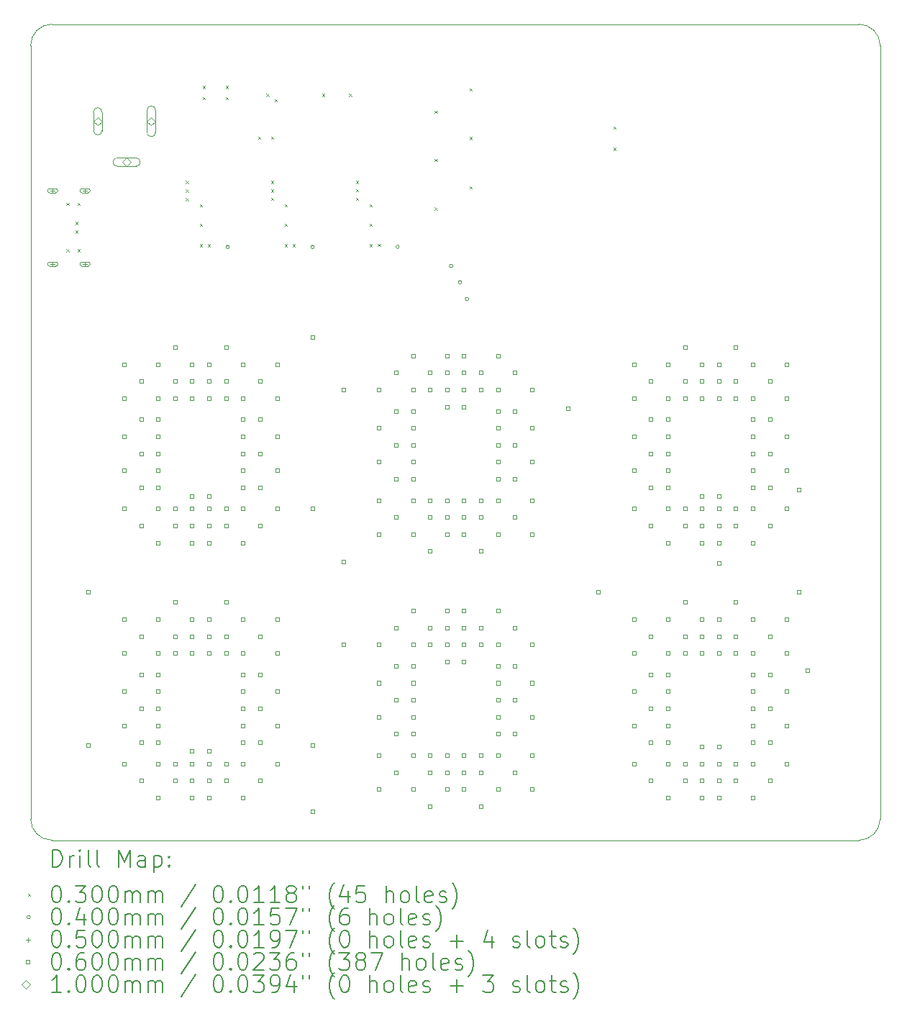
<source format=gbr>
%TF.GenerationSoftware,KiCad,Pcbnew,9.0.1-rc2*%
%TF.CreationDate,2025-03-29T14:31:01-07:00*%
%TF.ProjectId,backlight,6261636b-6c69-4676-9874-2e6b69636164,rev?*%
%TF.SameCoordinates,Original*%
%TF.FileFunction,Drillmap*%
%TF.FilePolarity,Positive*%
%FSLAX45Y45*%
G04 Gerber Fmt 4.5, Leading zero omitted, Abs format (unit mm)*
G04 Created by KiCad (PCBNEW 9.0.1-rc2) date 2025-03-29 14:31:01*
%MOMM*%
%LPD*%
G01*
G04 APERTURE LIST*
%ADD10C,0.050000*%
%ADD11C,0.200000*%
%ADD12C,0.100000*%
G04 APERTURE END LIST*
D10*
X8450000Y-5200000D02*
X17950000Y-5200000D01*
X17950000Y-5200000D02*
G75*
G02*
X18200000Y-5450000I0J-250000D01*
G01*
X8200000Y-5450000D02*
G75*
G02*
X8450000Y-5200000I250000J0D01*
G01*
X8450000Y-14800000D02*
G75*
G02*
X8200000Y-14550000I0J250000D01*
G01*
X8200000Y-14550000D02*
X8200000Y-5450000D01*
X17950000Y-14800000D02*
X8450000Y-14800000D01*
X18200000Y-5450000D02*
X18200000Y-14550000D01*
X18200000Y-14550000D02*
G75*
G02*
X17950000Y-14800000I-250000J0D01*
G01*
D11*
D12*
X8622500Y-7300000D02*
X8652500Y-7330000D01*
X8652500Y-7300000D02*
X8622500Y-7330000D01*
X8622500Y-7847500D02*
X8652500Y-7877500D01*
X8652500Y-7847500D02*
X8622500Y-7877500D01*
X8725000Y-7525000D02*
X8755000Y-7555000D01*
X8755000Y-7525000D02*
X8725000Y-7555000D01*
X8725000Y-7625000D02*
X8755000Y-7655000D01*
X8755000Y-7625000D02*
X8725000Y-7655000D01*
X8752500Y-7300000D02*
X8782500Y-7330000D01*
X8782500Y-7300000D02*
X8752500Y-7330000D01*
X8752500Y-7847500D02*
X8782500Y-7877500D01*
X8782500Y-7847500D02*
X8752500Y-7877500D01*
X10026875Y-7043750D02*
X10056875Y-7073750D01*
X10056875Y-7043750D02*
X10026875Y-7073750D01*
X10026875Y-7143750D02*
X10056875Y-7173750D01*
X10056875Y-7143750D02*
X10026875Y-7173750D01*
X10026875Y-7243750D02*
X10056875Y-7273750D01*
X10056875Y-7243750D02*
X10026875Y-7273750D01*
X10189375Y-7318750D02*
X10219375Y-7348750D01*
X10219375Y-7318750D02*
X10189375Y-7348750D01*
X10189375Y-7547500D02*
X10219375Y-7577500D01*
X10219375Y-7547500D02*
X10189375Y-7577500D01*
X10189375Y-7787500D02*
X10219375Y-7817500D01*
X10219375Y-7787500D02*
X10189375Y-7817500D01*
X10225000Y-5925000D02*
X10255000Y-5955000D01*
X10255000Y-5925000D02*
X10225000Y-5955000D01*
X10225000Y-6055000D02*
X10255000Y-6085000D01*
X10255000Y-6055000D02*
X10225000Y-6085000D01*
X10284375Y-7788750D02*
X10314375Y-7818750D01*
X10314375Y-7788750D02*
X10284375Y-7818750D01*
X10495000Y-5925000D02*
X10525000Y-5955000D01*
X10525000Y-5925000D02*
X10495000Y-5955000D01*
X10495000Y-6055000D02*
X10525000Y-6085000D01*
X10525000Y-6055000D02*
X10495000Y-6085000D01*
X10877500Y-6521250D02*
X10907500Y-6551250D01*
X10907500Y-6521250D02*
X10877500Y-6551250D01*
X10975000Y-6016250D02*
X11005000Y-6046250D01*
X11005000Y-6016250D02*
X10975000Y-6046250D01*
X11027500Y-6521250D02*
X11057500Y-6551250D01*
X11057500Y-6521250D02*
X11027500Y-6551250D01*
X11027500Y-7042500D02*
X11057500Y-7072500D01*
X11057500Y-7042500D02*
X11027500Y-7072500D01*
X11027500Y-7142500D02*
X11057500Y-7172500D01*
X11057500Y-7142500D02*
X11027500Y-7172500D01*
X11027500Y-7242500D02*
X11057500Y-7272500D01*
X11057500Y-7242500D02*
X11027500Y-7272500D01*
X11072500Y-6081250D02*
X11102500Y-6111250D01*
X11102500Y-6081250D02*
X11072500Y-6111250D01*
X11190000Y-7317500D02*
X11220000Y-7347500D01*
X11220000Y-7317500D02*
X11190000Y-7347500D01*
X11190000Y-7546250D02*
X11220000Y-7576250D01*
X11220000Y-7546250D02*
X11190000Y-7576250D01*
X11190000Y-7786250D02*
X11220000Y-7816250D01*
X11220000Y-7786250D02*
X11190000Y-7816250D01*
X11284375Y-7785000D02*
X11314375Y-7815000D01*
X11314375Y-7785000D02*
X11284375Y-7815000D01*
X11628750Y-6016250D02*
X11658750Y-6046250D01*
X11658750Y-6016250D02*
X11628750Y-6046250D01*
X11949000Y-6016250D02*
X11979000Y-6046250D01*
X11979000Y-6016250D02*
X11949000Y-6046250D01*
X12026875Y-7041250D02*
X12056875Y-7071250D01*
X12056875Y-7041250D02*
X12026875Y-7071250D01*
X12026875Y-7141250D02*
X12056875Y-7171250D01*
X12056875Y-7141250D02*
X12026875Y-7171250D01*
X12026875Y-7241250D02*
X12056875Y-7271250D01*
X12056875Y-7241250D02*
X12026875Y-7271250D01*
X12189375Y-7316250D02*
X12219375Y-7346250D01*
X12219375Y-7316250D02*
X12189375Y-7346250D01*
X12189375Y-7545000D02*
X12219375Y-7575000D01*
X12219375Y-7545000D02*
X12189375Y-7575000D01*
X12189375Y-7785000D02*
X12219375Y-7815000D01*
X12219375Y-7785000D02*
X12189375Y-7815000D01*
X12284375Y-7783750D02*
X12314375Y-7813750D01*
X12314375Y-7783750D02*
X12284375Y-7813750D01*
X12955000Y-6215000D02*
X12985000Y-6245000D01*
X12985000Y-6215000D02*
X12955000Y-6245000D01*
X12955000Y-6785000D02*
X12985000Y-6815000D01*
X12985000Y-6785000D02*
X12955000Y-6815000D01*
X12955000Y-7355000D02*
X12985000Y-7385000D01*
X12985000Y-7355000D02*
X12955000Y-7385000D01*
X13365000Y-5955000D02*
X13395000Y-5985000D01*
X13395000Y-5955000D02*
X13365000Y-5985000D01*
X13365000Y-6525000D02*
X13395000Y-6555000D01*
X13395000Y-6525000D02*
X13365000Y-6555000D01*
X13365000Y-7105000D02*
X13395000Y-7135000D01*
X13395000Y-7105000D02*
X13365000Y-7135000D01*
X15061250Y-6654000D02*
X15091250Y-6684000D01*
X15091250Y-6654000D02*
X15061250Y-6684000D01*
X15061250Y-6404000D02*
X15091250Y-6434000D01*
X15091250Y-6404000D02*
X15061250Y-6434000D01*
X10540000Y-7820000D02*
G75*
G02*
X10500000Y-7820000I-20000J0D01*
G01*
X10500000Y-7820000D02*
G75*
G02*
X10540000Y-7820000I20000J0D01*
G01*
X11540000Y-7820000D02*
G75*
G02*
X11500000Y-7820000I-20000J0D01*
G01*
X11500000Y-7820000D02*
G75*
G02*
X11540000Y-7820000I20000J0D01*
G01*
X12540000Y-7820000D02*
G75*
G02*
X12500000Y-7820000I-20000J0D01*
G01*
X12500000Y-7820000D02*
G75*
G02*
X12540000Y-7820000I20000J0D01*
G01*
X13170000Y-8045000D02*
G75*
G02*
X13130000Y-8045000I-20000J0D01*
G01*
X13130000Y-8045000D02*
G75*
G02*
X13170000Y-8045000I20000J0D01*
G01*
X13273431Y-8236569D02*
G75*
G02*
X13233431Y-8236569I-20000J0D01*
G01*
X13233431Y-8236569D02*
G75*
G02*
X13273431Y-8236569I20000J0D01*
G01*
X13356863Y-8433137D02*
G75*
G02*
X13316863Y-8433137I-20000J0D01*
G01*
X13316863Y-8433137D02*
G75*
G02*
X13356863Y-8433137I20000J0D01*
G01*
X8460000Y-7133000D02*
X8460000Y-7183000D01*
X8435000Y-7158000D02*
X8485000Y-7158000D01*
X8495000Y-7133000D02*
X8425000Y-7133000D01*
X8425000Y-7183000D02*
G75*
G02*
X8425000Y-7133000I0J25000D01*
G01*
X8425000Y-7183000D02*
X8495000Y-7183000D01*
X8495000Y-7183000D02*
G75*
G03*
X8495000Y-7133000I0J25000D01*
G01*
X8460000Y-7997000D02*
X8460000Y-8047000D01*
X8435000Y-8022000D02*
X8485000Y-8022000D01*
X8495000Y-7997000D02*
X8425000Y-7997000D01*
X8425000Y-8047000D02*
G75*
G02*
X8425000Y-7997000I0J25000D01*
G01*
X8425000Y-8047000D02*
X8495000Y-8047000D01*
X8495000Y-8047000D02*
G75*
G03*
X8495000Y-7997000I0J25000D01*
G01*
X8840000Y-7133000D02*
X8840000Y-7183000D01*
X8815000Y-7158000D02*
X8865000Y-7158000D01*
X8875000Y-7133000D02*
X8805000Y-7133000D01*
X8805000Y-7183000D02*
G75*
G02*
X8805000Y-7133000I0J25000D01*
G01*
X8805000Y-7183000D02*
X8875000Y-7183000D01*
X8875000Y-7183000D02*
G75*
G03*
X8875000Y-7133000I0J25000D01*
G01*
X8840000Y-7997000D02*
X8840000Y-8047000D01*
X8815000Y-8022000D02*
X8865000Y-8022000D01*
X8875000Y-7997000D02*
X8805000Y-7997000D01*
X8805000Y-8047000D02*
G75*
G02*
X8805000Y-7997000I0J25000D01*
G01*
X8805000Y-8047000D02*
X8875000Y-8047000D01*
X8875000Y-8047000D02*
G75*
G03*
X8875000Y-7997000I0J25000D01*
G01*
X8901213Y-11901213D02*
X8901213Y-11858787D01*
X8858787Y-11858787D01*
X8858787Y-11901213D01*
X8901213Y-11901213D01*
X8901213Y-13701213D02*
X8901213Y-13658787D01*
X8858787Y-13658787D01*
X8858787Y-13701213D01*
X8901213Y-13701213D01*
X9321213Y-9221213D02*
X9321213Y-9178787D01*
X9278787Y-9178787D01*
X9278787Y-9221213D01*
X9321213Y-9221213D01*
X9321213Y-9621213D02*
X9321213Y-9578787D01*
X9278787Y-9578787D01*
X9278787Y-9621213D01*
X9321213Y-9621213D01*
X9321213Y-10071213D02*
X9321213Y-10028787D01*
X9278787Y-10028787D01*
X9278787Y-10071213D01*
X9321213Y-10071213D01*
X9321213Y-10471213D02*
X9321213Y-10428787D01*
X9278787Y-10428787D01*
X9278787Y-10471213D01*
X9321213Y-10471213D01*
X9321213Y-10921213D02*
X9321213Y-10878787D01*
X9278787Y-10878787D01*
X9278787Y-10921213D01*
X9321213Y-10921213D01*
X9321213Y-12221213D02*
X9321213Y-12178787D01*
X9278787Y-12178787D01*
X9278787Y-12221213D01*
X9321213Y-12221213D01*
X9321213Y-12621213D02*
X9321213Y-12578787D01*
X9278787Y-12578787D01*
X9278787Y-12621213D01*
X9321213Y-12621213D01*
X9321213Y-13071213D02*
X9321213Y-13028787D01*
X9278787Y-13028787D01*
X9278787Y-13071213D01*
X9321213Y-13071213D01*
X9321213Y-13471213D02*
X9321213Y-13428787D01*
X9278787Y-13428787D01*
X9278787Y-13471213D01*
X9321213Y-13471213D01*
X9321213Y-13921213D02*
X9321213Y-13878787D01*
X9278787Y-13878787D01*
X9278787Y-13921213D01*
X9321213Y-13921213D01*
X9521213Y-9421213D02*
X9521213Y-9378787D01*
X9478787Y-9378787D01*
X9478787Y-9421213D01*
X9521213Y-9421213D01*
X9521213Y-9871213D02*
X9521213Y-9828787D01*
X9478787Y-9828787D01*
X9478787Y-9871213D01*
X9521213Y-9871213D01*
X9521213Y-10271213D02*
X9521213Y-10228787D01*
X9478787Y-10228787D01*
X9478787Y-10271213D01*
X9521213Y-10271213D01*
X9521213Y-10671213D02*
X9521213Y-10628787D01*
X9478787Y-10628787D01*
X9478787Y-10671213D01*
X9521213Y-10671213D01*
X9521213Y-11121213D02*
X9521213Y-11078787D01*
X9478787Y-11078787D01*
X9478787Y-11121213D01*
X9521213Y-11121213D01*
X9521213Y-12421213D02*
X9521213Y-12378787D01*
X9478787Y-12378787D01*
X9478787Y-12421213D01*
X9521213Y-12421213D01*
X9521213Y-12871213D02*
X9521213Y-12828787D01*
X9478787Y-12828787D01*
X9478787Y-12871213D01*
X9521213Y-12871213D01*
X9521213Y-13271213D02*
X9521213Y-13228787D01*
X9478787Y-13228787D01*
X9478787Y-13271213D01*
X9521213Y-13271213D01*
X9521213Y-13671213D02*
X9521213Y-13628787D01*
X9478787Y-13628787D01*
X9478787Y-13671213D01*
X9521213Y-13671213D01*
X9521213Y-14121213D02*
X9521213Y-14078787D01*
X9478787Y-14078787D01*
X9478787Y-14121213D01*
X9521213Y-14121213D01*
X9721213Y-9221213D02*
X9721213Y-9178787D01*
X9678787Y-9178787D01*
X9678787Y-9221213D01*
X9721213Y-9221213D01*
X9721213Y-9621213D02*
X9721213Y-9578787D01*
X9678787Y-9578787D01*
X9678787Y-9621213D01*
X9721213Y-9621213D01*
X9721213Y-9871213D02*
X9721213Y-9828787D01*
X9678787Y-9828787D01*
X9678787Y-9871213D01*
X9721213Y-9871213D01*
X9721213Y-10071213D02*
X9721213Y-10028787D01*
X9678787Y-10028787D01*
X9678787Y-10071213D01*
X9721213Y-10071213D01*
X9721213Y-10271213D02*
X9721213Y-10228787D01*
X9678787Y-10228787D01*
X9678787Y-10271213D01*
X9721213Y-10271213D01*
X9721213Y-10471213D02*
X9721213Y-10428787D01*
X9678787Y-10428787D01*
X9678787Y-10471213D01*
X9721213Y-10471213D01*
X9721213Y-10671213D02*
X9721213Y-10628787D01*
X9678787Y-10628787D01*
X9678787Y-10671213D01*
X9721213Y-10671213D01*
X9721213Y-10921213D02*
X9721213Y-10878787D01*
X9678787Y-10878787D01*
X9678787Y-10921213D01*
X9721213Y-10921213D01*
X9721213Y-11321213D02*
X9721213Y-11278787D01*
X9678787Y-11278787D01*
X9678787Y-11321213D01*
X9721213Y-11321213D01*
X9721213Y-12221213D02*
X9721213Y-12178787D01*
X9678787Y-12178787D01*
X9678787Y-12221213D01*
X9721213Y-12221213D01*
X9721213Y-12621213D02*
X9721213Y-12578787D01*
X9678787Y-12578787D01*
X9678787Y-12621213D01*
X9721213Y-12621213D01*
X9721213Y-12871213D02*
X9721213Y-12828787D01*
X9678787Y-12828787D01*
X9678787Y-12871213D01*
X9721213Y-12871213D01*
X9721213Y-13071213D02*
X9721213Y-13028787D01*
X9678787Y-13028787D01*
X9678787Y-13071213D01*
X9721213Y-13071213D01*
X9721213Y-13271213D02*
X9721213Y-13228787D01*
X9678787Y-13228787D01*
X9678787Y-13271213D01*
X9721213Y-13271213D01*
X9721213Y-13471213D02*
X9721213Y-13428787D01*
X9678787Y-13428787D01*
X9678787Y-13471213D01*
X9721213Y-13471213D01*
X9721213Y-13671213D02*
X9721213Y-13628787D01*
X9678787Y-13628787D01*
X9678787Y-13671213D01*
X9721213Y-13671213D01*
X9721213Y-13921213D02*
X9721213Y-13878787D01*
X9678787Y-13878787D01*
X9678787Y-13921213D01*
X9721213Y-13921213D01*
X9721213Y-14321213D02*
X9721213Y-14278787D01*
X9678787Y-14278787D01*
X9678787Y-14321213D01*
X9721213Y-14321213D01*
X9921213Y-9021213D02*
X9921213Y-8978787D01*
X9878787Y-8978787D01*
X9878787Y-9021213D01*
X9921213Y-9021213D01*
X9921213Y-9421213D02*
X9921213Y-9378787D01*
X9878787Y-9378787D01*
X9878787Y-9421213D01*
X9921213Y-9421213D01*
X9921213Y-9621213D02*
X9921213Y-9578787D01*
X9878787Y-9578787D01*
X9878787Y-9621213D01*
X9921213Y-9621213D01*
X9921213Y-10921213D02*
X9921213Y-10878787D01*
X9878787Y-10878787D01*
X9878787Y-10921213D01*
X9921213Y-10921213D01*
X9921213Y-11121213D02*
X9921213Y-11078787D01*
X9878787Y-11078787D01*
X9878787Y-11121213D01*
X9921213Y-11121213D01*
X9921213Y-12021213D02*
X9921213Y-11978787D01*
X9878787Y-11978787D01*
X9878787Y-12021213D01*
X9921213Y-12021213D01*
X9921213Y-12421213D02*
X9921213Y-12378787D01*
X9878787Y-12378787D01*
X9878787Y-12421213D01*
X9921213Y-12421213D01*
X9921213Y-12621213D02*
X9921213Y-12578787D01*
X9878787Y-12578787D01*
X9878787Y-12621213D01*
X9921213Y-12621213D01*
X9921213Y-13921213D02*
X9921213Y-13878787D01*
X9878787Y-13878787D01*
X9878787Y-13921213D01*
X9921213Y-13921213D01*
X9921213Y-14121213D02*
X9921213Y-14078787D01*
X9878787Y-14078787D01*
X9878787Y-14121213D01*
X9921213Y-14121213D01*
X10121213Y-9221213D02*
X10121213Y-9178787D01*
X10078787Y-9178787D01*
X10078787Y-9221213D01*
X10121213Y-9221213D01*
X10121213Y-9421213D02*
X10121213Y-9378787D01*
X10078787Y-9378787D01*
X10078787Y-9421213D01*
X10121213Y-9421213D01*
X10121213Y-9621213D02*
X10121213Y-9578787D01*
X10078787Y-9578787D01*
X10078787Y-9621213D01*
X10121213Y-9621213D01*
X10121213Y-10771213D02*
X10121213Y-10728787D01*
X10078787Y-10728787D01*
X10078787Y-10771213D01*
X10121213Y-10771213D01*
X10121213Y-10921213D02*
X10121213Y-10878787D01*
X10078787Y-10878787D01*
X10078787Y-10921213D01*
X10121213Y-10921213D01*
X10121213Y-11121213D02*
X10121213Y-11078787D01*
X10078787Y-11078787D01*
X10078787Y-11121213D01*
X10121213Y-11121213D01*
X10121213Y-11321213D02*
X10121213Y-11278787D01*
X10078787Y-11278787D01*
X10078787Y-11321213D01*
X10121213Y-11321213D01*
X10121213Y-12221213D02*
X10121213Y-12178787D01*
X10078787Y-12178787D01*
X10078787Y-12221213D01*
X10121213Y-12221213D01*
X10121213Y-12421213D02*
X10121213Y-12378787D01*
X10078787Y-12378787D01*
X10078787Y-12421213D01*
X10121213Y-12421213D01*
X10121213Y-12621213D02*
X10121213Y-12578787D01*
X10078787Y-12578787D01*
X10078787Y-12621213D01*
X10121213Y-12621213D01*
X10121213Y-13771213D02*
X10121213Y-13728787D01*
X10078787Y-13728787D01*
X10078787Y-13771213D01*
X10121213Y-13771213D01*
X10121213Y-13921213D02*
X10121213Y-13878787D01*
X10078787Y-13878787D01*
X10078787Y-13921213D01*
X10121213Y-13921213D01*
X10121213Y-14121213D02*
X10121213Y-14078787D01*
X10078787Y-14078787D01*
X10078787Y-14121213D01*
X10121213Y-14121213D01*
X10121213Y-14321213D02*
X10121213Y-14278787D01*
X10078787Y-14278787D01*
X10078787Y-14321213D01*
X10121213Y-14321213D01*
X10321213Y-9221213D02*
X10321213Y-9178787D01*
X10278787Y-9178787D01*
X10278787Y-9221213D01*
X10321213Y-9221213D01*
X10321213Y-9421213D02*
X10321213Y-9378787D01*
X10278787Y-9378787D01*
X10278787Y-9421213D01*
X10321213Y-9421213D01*
X10321213Y-9621213D02*
X10321213Y-9578787D01*
X10278787Y-9578787D01*
X10278787Y-9621213D01*
X10321213Y-9621213D01*
X10321213Y-10771213D02*
X10321213Y-10728787D01*
X10278787Y-10728787D01*
X10278787Y-10771213D01*
X10321213Y-10771213D01*
X10321213Y-10921213D02*
X10321213Y-10878787D01*
X10278787Y-10878787D01*
X10278787Y-10921213D01*
X10321213Y-10921213D01*
X10321213Y-11121213D02*
X10321213Y-11078787D01*
X10278787Y-11078787D01*
X10278787Y-11121213D01*
X10321213Y-11121213D01*
X10321213Y-11321213D02*
X10321213Y-11278787D01*
X10278787Y-11278787D01*
X10278787Y-11321213D01*
X10321213Y-11321213D01*
X10321213Y-12221213D02*
X10321213Y-12178787D01*
X10278787Y-12178787D01*
X10278787Y-12221213D01*
X10321213Y-12221213D01*
X10321213Y-12421213D02*
X10321213Y-12378787D01*
X10278787Y-12378787D01*
X10278787Y-12421213D01*
X10321213Y-12421213D01*
X10321213Y-12621213D02*
X10321213Y-12578787D01*
X10278787Y-12578787D01*
X10278787Y-12621213D01*
X10321213Y-12621213D01*
X10321213Y-13771213D02*
X10321213Y-13728787D01*
X10278787Y-13728787D01*
X10278787Y-13771213D01*
X10321213Y-13771213D01*
X10321213Y-13921213D02*
X10321213Y-13878787D01*
X10278787Y-13878787D01*
X10278787Y-13921213D01*
X10321213Y-13921213D01*
X10321213Y-14121213D02*
X10321213Y-14078787D01*
X10278787Y-14078787D01*
X10278787Y-14121213D01*
X10321213Y-14121213D01*
X10321213Y-14321213D02*
X10321213Y-14278787D01*
X10278787Y-14278787D01*
X10278787Y-14321213D01*
X10321213Y-14321213D01*
X10521213Y-9021213D02*
X10521213Y-8978787D01*
X10478787Y-8978787D01*
X10478787Y-9021213D01*
X10521213Y-9021213D01*
X10521213Y-9421213D02*
X10521213Y-9378787D01*
X10478787Y-9378787D01*
X10478787Y-9421213D01*
X10521213Y-9421213D01*
X10521213Y-9621213D02*
X10521213Y-9578787D01*
X10478787Y-9578787D01*
X10478787Y-9621213D01*
X10521213Y-9621213D01*
X10521213Y-10921213D02*
X10521213Y-10878787D01*
X10478787Y-10878787D01*
X10478787Y-10921213D01*
X10521213Y-10921213D01*
X10521213Y-11121213D02*
X10521213Y-11078787D01*
X10478787Y-11078787D01*
X10478787Y-11121213D01*
X10521213Y-11121213D01*
X10521213Y-12021213D02*
X10521213Y-11978787D01*
X10478787Y-11978787D01*
X10478787Y-12021213D01*
X10521213Y-12021213D01*
X10521213Y-12421213D02*
X10521213Y-12378787D01*
X10478787Y-12378787D01*
X10478787Y-12421213D01*
X10521213Y-12421213D01*
X10521213Y-12621213D02*
X10521213Y-12578787D01*
X10478787Y-12578787D01*
X10478787Y-12621213D01*
X10521213Y-12621213D01*
X10521213Y-13921213D02*
X10521213Y-13878787D01*
X10478787Y-13878787D01*
X10478787Y-13921213D01*
X10521213Y-13921213D01*
X10521213Y-14121213D02*
X10521213Y-14078787D01*
X10478787Y-14078787D01*
X10478787Y-14121213D01*
X10521213Y-14121213D01*
X10721213Y-9221213D02*
X10721213Y-9178787D01*
X10678787Y-9178787D01*
X10678787Y-9221213D01*
X10721213Y-9221213D01*
X10721213Y-9621213D02*
X10721213Y-9578787D01*
X10678787Y-9578787D01*
X10678787Y-9621213D01*
X10721213Y-9621213D01*
X10721213Y-9871213D02*
X10721213Y-9828787D01*
X10678787Y-9828787D01*
X10678787Y-9871213D01*
X10721213Y-9871213D01*
X10721213Y-10071213D02*
X10721213Y-10028787D01*
X10678787Y-10028787D01*
X10678787Y-10071213D01*
X10721213Y-10071213D01*
X10721213Y-10271213D02*
X10721213Y-10228787D01*
X10678787Y-10228787D01*
X10678787Y-10271213D01*
X10721213Y-10271213D01*
X10721213Y-10471213D02*
X10721213Y-10428787D01*
X10678787Y-10428787D01*
X10678787Y-10471213D01*
X10721213Y-10471213D01*
X10721213Y-10671213D02*
X10721213Y-10628787D01*
X10678787Y-10628787D01*
X10678787Y-10671213D01*
X10721213Y-10671213D01*
X10721213Y-10921213D02*
X10721213Y-10878787D01*
X10678787Y-10878787D01*
X10678787Y-10921213D01*
X10721213Y-10921213D01*
X10721213Y-11321213D02*
X10721213Y-11278787D01*
X10678787Y-11278787D01*
X10678787Y-11321213D01*
X10721213Y-11321213D01*
X10721213Y-12221213D02*
X10721213Y-12178787D01*
X10678787Y-12178787D01*
X10678787Y-12221213D01*
X10721213Y-12221213D01*
X10721213Y-12621213D02*
X10721213Y-12578787D01*
X10678787Y-12578787D01*
X10678787Y-12621213D01*
X10721213Y-12621213D01*
X10721213Y-12871213D02*
X10721213Y-12828787D01*
X10678787Y-12828787D01*
X10678787Y-12871213D01*
X10721213Y-12871213D01*
X10721213Y-13071213D02*
X10721213Y-13028787D01*
X10678787Y-13028787D01*
X10678787Y-13071213D01*
X10721213Y-13071213D01*
X10721213Y-13271213D02*
X10721213Y-13228787D01*
X10678787Y-13228787D01*
X10678787Y-13271213D01*
X10721213Y-13271213D01*
X10721213Y-13471213D02*
X10721213Y-13428787D01*
X10678787Y-13428787D01*
X10678787Y-13471213D01*
X10721213Y-13471213D01*
X10721213Y-13671213D02*
X10721213Y-13628787D01*
X10678787Y-13628787D01*
X10678787Y-13671213D01*
X10721213Y-13671213D01*
X10721213Y-13921213D02*
X10721213Y-13878787D01*
X10678787Y-13878787D01*
X10678787Y-13921213D01*
X10721213Y-13921213D01*
X10721213Y-14321213D02*
X10721213Y-14278787D01*
X10678787Y-14278787D01*
X10678787Y-14321213D01*
X10721213Y-14321213D01*
X10921213Y-9421213D02*
X10921213Y-9378787D01*
X10878787Y-9378787D01*
X10878787Y-9421213D01*
X10921213Y-9421213D01*
X10921213Y-9871213D02*
X10921213Y-9828787D01*
X10878787Y-9828787D01*
X10878787Y-9871213D01*
X10921213Y-9871213D01*
X10921213Y-10271213D02*
X10921213Y-10228787D01*
X10878787Y-10228787D01*
X10878787Y-10271213D01*
X10921213Y-10271213D01*
X10921213Y-10671213D02*
X10921213Y-10628787D01*
X10878787Y-10628787D01*
X10878787Y-10671213D01*
X10921213Y-10671213D01*
X10921213Y-11121213D02*
X10921213Y-11078787D01*
X10878787Y-11078787D01*
X10878787Y-11121213D01*
X10921213Y-11121213D01*
X10921213Y-12421213D02*
X10921213Y-12378787D01*
X10878787Y-12378787D01*
X10878787Y-12421213D01*
X10921213Y-12421213D01*
X10921213Y-12871213D02*
X10921213Y-12828787D01*
X10878787Y-12828787D01*
X10878787Y-12871213D01*
X10921213Y-12871213D01*
X10921213Y-13271213D02*
X10921213Y-13228787D01*
X10878787Y-13228787D01*
X10878787Y-13271213D01*
X10921213Y-13271213D01*
X10921213Y-13671213D02*
X10921213Y-13628787D01*
X10878787Y-13628787D01*
X10878787Y-13671213D01*
X10921213Y-13671213D01*
X10921213Y-14121213D02*
X10921213Y-14078787D01*
X10878787Y-14078787D01*
X10878787Y-14121213D01*
X10921213Y-14121213D01*
X11121213Y-9221213D02*
X11121213Y-9178787D01*
X11078787Y-9178787D01*
X11078787Y-9221213D01*
X11121213Y-9221213D01*
X11121213Y-9621213D02*
X11121213Y-9578787D01*
X11078787Y-9578787D01*
X11078787Y-9621213D01*
X11121213Y-9621213D01*
X11121213Y-10071213D02*
X11121213Y-10028787D01*
X11078787Y-10028787D01*
X11078787Y-10071213D01*
X11121213Y-10071213D01*
X11121213Y-10471213D02*
X11121213Y-10428787D01*
X11078787Y-10428787D01*
X11078787Y-10471213D01*
X11121213Y-10471213D01*
X11121213Y-10921213D02*
X11121213Y-10878787D01*
X11078787Y-10878787D01*
X11078787Y-10921213D01*
X11121213Y-10921213D01*
X11121213Y-12221213D02*
X11121213Y-12178787D01*
X11078787Y-12178787D01*
X11078787Y-12221213D01*
X11121213Y-12221213D01*
X11121213Y-12621213D02*
X11121213Y-12578787D01*
X11078787Y-12578787D01*
X11078787Y-12621213D01*
X11121213Y-12621213D01*
X11121213Y-13071213D02*
X11121213Y-13028787D01*
X11078787Y-13028787D01*
X11078787Y-13071213D01*
X11121213Y-13071213D01*
X11121213Y-13471213D02*
X11121213Y-13428787D01*
X11078787Y-13428787D01*
X11078787Y-13471213D01*
X11121213Y-13471213D01*
X11121213Y-13921213D02*
X11121213Y-13878787D01*
X11078787Y-13878787D01*
X11078787Y-13921213D01*
X11121213Y-13921213D01*
X11541213Y-8901213D02*
X11541213Y-8858787D01*
X11498787Y-8858787D01*
X11498787Y-8901213D01*
X11541213Y-8901213D01*
X11541213Y-10921213D02*
X11541213Y-10878787D01*
X11498787Y-10878787D01*
X11498787Y-10921213D01*
X11541213Y-10921213D01*
X11541213Y-13701213D02*
X11541213Y-13658787D01*
X11498787Y-13658787D01*
X11498787Y-13701213D01*
X11541213Y-13701213D01*
X11541213Y-14481213D02*
X11541213Y-14438787D01*
X11498787Y-14438787D01*
X11498787Y-14481213D01*
X11541213Y-14481213D01*
X11901213Y-9521213D02*
X11901213Y-9478787D01*
X11858787Y-9478787D01*
X11858787Y-9521213D01*
X11901213Y-9521213D01*
X11901213Y-11541213D02*
X11901213Y-11498787D01*
X11858787Y-11498787D01*
X11858787Y-11541213D01*
X11901213Y-11541213D01*
X11901213Y-12521213D02*
X11901213Y-12478787D01*
X11858787Y-12478787D01*
X11858787Y-12521213D01*
X11901213Y-12521213D01*
X12321213Y-9521213D02*
X12321213Y-9478787D01*
X12278787Y-9478787D01*
X12278787Y-9521213D01*
X12321213Y-9521213D01*
X12321213Y-9971213D02*
X12321213Y-9928787D01*
X12278787Y-9928787D01*
X12278787Y-9971213D01*
X12321213Y-9971213D01*
X12321213Y-10371213D02*
X12321213Y-10328787D01*
X12278787Y-10328787D01*
X12278787Y-10371213D01*
X12321213Y-10371213D01*
X12321213Y-10821213D02*
X12321213Y-10778787D01*
X12278787Y-10778787D01*
X12278787Y-10821213D01*
X12321213Y-10821213D01*
X12321213Y-11221213D02*
X12321213Y-11178787D01*
X12278787Y-11178787D01*
X12278787Y-11221213D01*
X12321213Y-11221213D01*
X12321213Y-12521213D02*
X12321213Y-12478787D01*
X12278787Y-12478787D01*
X12278787Y-12521213D01*
X12321213Y-12521213D01*
X12321213Y-12971213D02*
X12321213Y-12928787D01*
X12278787Y-12928787D01*
X12278787Y-12971213D01*
X12321213Y-12971213D01*
X12321213Y-13371213D02*
X12321213Y-13328787D01*
X12278787Y-13328787D01*
X12278787Y-13371213D01*
X12321213Y-13371213D01*
X12321213Y-13821213D02*
X12321213Y-13778787D01*
X12278787Y-13778787D01*
X12278787Y-13821213D01*
X12321213Y-13821213D01*
X12321213Y-14221213D02*
X12321213Y-14178787D01*
X12278787Y-14178787D01*
X12278787Y-14221213D01*
X12321213Y-14221213D01*
X12521213Y-9321213D02*
X12521213Y-9278787D01*
X12478787Y-9278787D01*
X12478787Y-9321213D01*
X12521213Y-9321213D01*
X12521213Y-9771213D02*
X12521213Y-9728787D01*
X12478787Y-9728787D01*
X12478787Y-9771213D01*
X12521213Y-9771213D01*
X12521213Y-10171213D02*
X12521213Y-10128787D01*
X12478787Y-10128787D01*
X12478787Y-10171213D01*
X12521213Y-10171213D01*
X12521213Y-10571213D02*
X12521213Y-10528787D01*
X12478787Y-10528787D01*
X12478787Y-10571213D01*
X12521213Y-10571213D01*
X12521213Y-11021213D02*
X12521213Y-10978787D01*
X12478787Y-10978787D01*
X12478787Y-11021213D01*
X12521213Y-11021213D01*
X12521213Y-12321213D02*
X12521213Y-12278787D01*
X12478787Y-12278787D01*
X12478787Y-12321213D01*
X12521213Y-12321213D01*
X12521213Y-12771213D02*
X12521213Y-12728787D01*
X12478787Y-12728787D01*
X12478787Y-12771213D01*
X12521213Y-12771213D01*
X12521213Y-13171213D02*
X12521213Y-13128787D01*
X12478787Y-13128787D01*
X12478787Y-13171213D01*
X12521213Y-13171213D01*
X12521213Y-13571213D02*
X12521213Y-13528787D01*
X12478787Y-13528787D01*
X12478787Y-13571213D01*
X12521213Y-13571213D01*
X12521213Y-14021213D02*
X12521213Y-13978787D01*
X12478787Y-13978787D01*
X12478787Y-14021213D01*
X12521213Y-14021213D01*
X12721213Y-10171213D02*
X12721213Y-10128787D01*
X12678786Y-10128787D01*
X12678786Y-10171213D01*
X12721213Y-10171213D01*
X12721213Y-10571213D02*
X12721213Y-10528787D01*
X12678786Y-10528787D01*
X12678786Y-10571213D01*
X12721213Y-10571213D01*
X12721213Y-9121213D02*
X12721213Y-9078787D01*
X12678787Y-9078787D01*
X12678787Y-9121213D01*
X12721213Y-9121213D01*
X12721213Y-9521213D02*
X12721213Y-9478787D01*
X12678787Y-9478787D01*
X12678787Y-9521213D01*
X12721213Y-9521213D01*
X12721213Y-9771214D02*
X12721213Y-9728787D01*
X12678787Y-9728787D01*
X12678787Y-9771214D01*
X12721213Y-9771214D01*
X12721213Y-9971214D02*
X12721213Y-9928787D01*
X12678787Y-9928787D01*
X12678787Y-9971214D01*
X12721213Y-9971214D01*
X12721213Y-10371213D02*
X12721213Y-10328787D01*
X12678787Y-10328787D01*
X12678787Y-10371213D01*
X12721213Y-10371213D01*
X12721213Y-10821213D02*
X12721213Y-10778787D01*
X12678787Y-10778787D01*
X12678787Y-10821213D01*
X12721213Y-10821213D01*
X12721213Y-11221213D02*
X12721213Y-11178787D01*
X12678787Y-11178787D01*
X12678787Y-11221213D01*
X12721213Y-11221213D01*
X12721213Y-13171213D02*
X12721213Y-13128787D01*
X12678787Y-13128787D01*
X12678787Y-13171213D01*
X12721213Y-13171213D01*
X12721213Y-13571213D02*
X12721213Y-13528787D01*
X12678787Y-13528787D01*
X12678787Y-13571213D01*
X12721213Y-13571213D01*
X12721213Y-12121213D02*
X12721213Y-12078787D01*
X12678787Y-12078787D01*
X12678787Y-12121213D01*
X12721213Y-12121213D01*
X12721213Y-12521213D02*
X12721213Y-12478787D01*
X12678787Y-12478787D01*
X12678787Y-12521213D01*
X12721213Y-12521213D01*
X12721213Y-12771214D02*
X12721213Y-12728787D01*
X12678787Y-12728787D01*
X12678787Y-12771214D01*
X12721213Y-12771214D01*
X12721213Y-12971214D02*
X12721213Y-12928787D01*
X12678787Y-12928787D01*
X12678787Y-12971214D01*
X12721213Y-12971214D01*
X12721213Y-13371213D02*
X12721213Y-13328787D01*
X12678787Y-13328787D01*
X12678787Y-13371213D01*
X12721213Y-13371213D01*
X12721213Y-13821213D02*
X12721213Y-13778787D01*
X12678787Y-13778787D01*
X12678787Y-13821213D01*
X12721213Y-13821213D01*
X12721213Y-14221213D02*
X12721213Y-14178787D01*
X12678787Y-14178787D01*
X12678787Y-14221213D01*
X12721213Y-14221213D01*
X12921213Y-9521213D02*
X12921213Y-9478787D01*
X12878786Y-9478787D01*
X12878786Y-9521213D01*
X12921213Y-9521213D01*
X12921213Y-10821213D02*
X12921213Y-10778787D01*
X12878786Y-10778787D01*
X12878786Y-10821213D01*
X12921213Y-10821213D01*
X12921213Y-9321213D02*
X12921213Y-9278787D01*
X12878787Y-9278787D01*
X12878787Y-9321213D01*
X12921213Y-9321213D01*
X12921213Y-11021213D02*
X12921213Y-10978787D01*
X12878787Y-10978787D01*
X12878787Y-11021213D01*
X12921213Y-11021213D01*
X12921213Y-11421213D02*
X12921213Y-11378787D01*
X12878787Y-11378787D01*
X12878787Y-11421213D01*
X12921213Y-11421213D01*
X12921213Y-12521213D02*
X12921213Y-12478787D01*
X12878787Y-12478787D01*
X12878787Y-12521213D01*
X12921213Y-12521213D01*
X12921213Y-13821213D02*
X12921213Y-13778787D01*
X12878787Y-13778787D01*
X12878787Y-13821213D01*
X12921213Y-13821213D01*
X12921213Y-12321213D02*
X12921213Y-12278787D01*
X12878787Y-12278787D01*
X12878787Y-12321213D01*
X12921213Y-12321213D01*
X12921213Y-14021213D02*
X12921213Y-13978787D01*
X12878787Y-13978787D01*
X12878787Y-14021213D01*
X12921213Y-14021213D01*
X12921213Y-14421213D02*
X12921213Y-14378787D01*
X12878787Y-14378787D01*
X12878787Y-14421213D01*
X12921213Y-14421213D01*
X13121213Y-9321213D02*
X13121213Y-9278787D01*
X13078786Y-9278787D01*
X13078786Y-9321213D01*
X13121213Y-9321213D01*
X13121213Y-9721213D02*
X13121213Y-9678787D01*
X13078786Y-9678787D01*
X13078786Y-9721213D01*
X13121213Y-9721213D01*
X13121213Y-9121213D02*
X13121213Y-9078787D01*
X13078787Y-9078787D01*
X13078787Y-9121213D01*
X13121213Y-9121213D01*
X13121213Y-10821213D02*
X13121213Y-10778787D01*
X13078787Y-10778787D01*
X13078787Y-10821213D01*
X13121213Y-10821213D01*
X13121213Y-11021213D02*
X13121213Y-10978787D01*
X13078787Y-10978787D01*
X13078787Y-11021213D01*
X13121213Y-11021213D01*
X13121213Y-11221213D02*
X13121213Y-11178787D01*
X13078787Y-11178787D01*
X13078787Y-11221213D01*
X13121213Y-11221213D01*
X13121213Y-12321213D02*
X13121213Y-12278787D01*
X13078787Y-12278787D01*
X13078787Y-12321213D01*
X13121213Y-12321213D01*
X13121213Y-12721213D02*
X13121213Y-12678787D01*
X13078787Y-12678787D01*
X13078787Y-12721213D01*
X13121213Y-12721213D01*
X13121213Y-9521213D02*
X13121213Y-9478787D01*
X13078787Y-9478787D01*
X13078787Y-9521213D01*
X13121213Y-9521213D01*
X13121213Y-12121213D02*
X13121213Y-12078787D01*
X13078787Y-12078787D01*
X13078787Y-12121213D01*
X13121213Y-12121213D01*
X13121213Y-13821213D02*
X13121213Y-13778787D01*
X13078787Y-13778787D01*
X13078787Y-13821213D01*
X13121213Y-13821213D01*
X13121213Y-14021213D02*
X13121213Y-13978787D01*
X13078787Y-13978787D01*
X13078787Y-14021213D01*
X13121213Y-14021213D01*
X13121213Y-14221213D02*
X13121213Y-14178787D01*
X13078787Y-14178787D01*
X13078787Y-14221213D01*
X13121213Y-14221213D01*
X13121214Y-12521213D02*
X13121214Y-12478787D01*
X13078787Y-12478787D01*
X13078787Y-12521213D01*
X13121214Y-12521213D01*
X13321213Y-9521213D02*
X13321213Y-9478787D01*
X13278786Y-9478787D01*
X13278786Y-9521213D01*
X13321213Y-9521213D01*
X13321213Y-9121213D02*
X13321213Y-9078787D01*
X13278787Y-9078787D01*
X13278787Y-9121213D01*
X13321213Y-9121213D01*
X13321213Y-10821213D02*
X13321213Y-10778787D01*
X13278787Y-10778787D01*
X13278787Y-10821213D01*
X13321213Y-10821213D01*
X13321213Y-11021213D02*
X13321213Y-10978787D01*
X13278787Y-10978787D01*
X13278787Y-11021213D01*
X13321213Y-11021213D01*
X13321213Y-11221213D02*
X13321213Y-11178787D01*
X13278787Y-11178787D01*
X13278787Y-11221213D01*
X13321213Y-11221213D01*
X13321213Y-12521213D02*
X13321213Y-12478787D01*
X13278787Y-12478787D01*
X13278787Y-12521213D01*
X13321213Y-12521213D01*
X13321213Y-9321213D02*
X13321213Y-9278787D01*
X13278787Y-9278787D01*
X13278787Y-9321213D01*
X13321213Y-9321213D01*
X13321213Y-9721213D02*
X13321213Y-9678787D01*
X13278787Y-9678787D01*
X13278787Y-9721213D01*
X13321213Y-9721213D01*
X13321213Y-12121213D02*
X13321213Y-12078787D01*
X13278787Y-12078787D01*
X13278787Y-12121213D01*
X13321213Y-12121213D01*
X13321213Y-13821213D02*
X13321213Y-13778787D01*
X13278787Y-13778787D01*
X13278787Y-13821213D01*
X13321213Y-13821213D01*
X13321213Y-14021213D02*
X13321213Y-13978787D01*
X13278787Y-13978787D01*
X13278787Y-14021213D01*
X13321213Y-14021213D01*
X13321213Y-14221213D02*
X13321213Y-14178787D01*
X13278787Y-14178787D01*
X13278787Y-14221213D01*
X13321213Y-14221213D01*
X13321214Y-12321213D02*
X13321214Y-12278787D01*
X13278787Y-12278787D01*
X13278787Y-12321213D01*
X13321214Y-12321213D01*
X13321214Y-12721213D02*
X13321214Y-12678787D01*
X13278787Y-12678787D01*
X13278787Y-12721213D01*
X13321214Y-12721213D01*
X13521213Y-9321213D02*
X13521213Y-9278787D01*
X13478787Y-9278787D01*
X13478787Y-9321213D01*
X13521213Y-9321213D01*
X13521213Y-11021213D02*
X13521213Y-10978787D01*
X13478787Y-10978787D01*
X13478787Y-11021213D01*
X13521213Y-11021213D01*
X13521213Y-11421213D02*
X13521213Y-11378787D01*
X13478787Y-11378787D01*
X13478787Y-11421213D01*
X13521213Y-11421213D01*
X13521213Y-9521213D02*
X13521213Y-9478787D01*
X13478787Y-9478787D01*
X13478787Y-9521213D01*
X13521213Y-9521213D01*
X13521213Y-10821213D02*
X13521213Y-10778787D01*
X13478787Y-10778787D01*
X13478787Y-10821213D01*
X13521213Y-10821213D01*
X13521213Y-12321213D02*
X13521213Y-12278787D01*
X13478787Y-12278787D01*
X13478787Y-12321213D01*
X13521213Y-12321213D01*
X13521213Y-14021213D02*
X13521213Y-13978787D01*
X13478787Y-13978787D01*
X13478787Y-14021213D01*
X13521213Y-14021213D01*
X13521213Y-14421213D02*
X13521213Y-14378787D01*
X13478787Y-14378787D01*
X13478787Y-14421213D01*
X13521213Y-14421213D01*
X13521214Y-12521213D02*
X13521214Y-12478787D01*
X13478787Y-12478787D01*
X13478787Y-12521213D01*
X13521214Y-12521213D01*
X13521214Y-13821213D02*
X13521214Y-13778787D01*
X13478787Y-13778787D01*
X13478787Y-13821213D01*
X13521214Y-13821213D01*
X13721213Y-9121213D02*
X13721213Y-9078787D01*
X13678787Y-9078787D01*
X13678787Y-9121213D01*
X13721213Y-9121213D01*
X13721213Y-9521213D02*
X13721213Y-9478787D01*
X13678787Y-9478787D01*
X13678787Y-9521213D01*
X13721213Y-9521213D01*
X13721213Y-9771214D02*
X13721213Y-9728787D01*
X13678787Y-9728787D01*
X13678787Y-9771214D01*
X13721213Y-9771214D01*
X13721213Y-9971213D02*
X13721213Y-9928787D01*
X13678787Y-9928787D01*
X13678787Y-9971213D01*
X13721213Y-9971213D01*
X13721213Y-10371213D02*
X13721213Y-10328787D01*
X13678787Y-10328787D01*
X13678787Y-10371213D01*
X13721213Y-10371213D01*
X13721213Y-10821213D02*
X13721213Y-10778787D01*
X13678787Y-10778787D01*
X13678787Y-10821213D01*
X13721213Y-10821213D01*
X13721213Y-11221213D02*
X13721213Y-11178787D01*
X13678787Y-11178787D01*
X13678787Y-11221213D01*
X13721213Y-11221213D01*
X13721213Y-10171213D02*
X13721213Y-10128787D01*
X13678787Y-10128787D01*
X13678787Y-10171213D01*
X13721213Y-10171213D01*
X13721213Y-10571213D02*
X13721213Y-10528787D01*
X13678787Y-10528787D01*
X13678787Y-10571213D01*
X13721213Y-10571213D01*
X13721213Y-12121213D02*
X13721213Y-12078787D01*
X13678787Y-12078787D01*
X13678787Y-12121213D01*
X13721213Y-12121213D01*
X13721213Y-12521213D02*
X13721213Y-12478787D01*
X13678787Y-12478787D01*
X13678787Y-12521213D01*
X13721213Y-12521213D01*
X13721213Y-12771214D02*
X13721213Y-12728787D01*
X13678787Y-12728787D01*
X13678787Y-12771214D01*
X13721213Y-12771214D01*
X13721213Y-12971213D02*
X13721213Y-12928787D01*
X13678787Y-12928787D01*
X13678787Y-12971213D01*
X13721213Y-12971213D01*
X13721213Y-13371213D02*
X13721213Y-13328787D01*
X13678787Y-13328787D01*
X13678787Y-13371213D01*
X13721213Y-13371213D01*
X13721213Y-13821213D02*
X13721213Y-13778787D01*
X13678787Y-13778787D01*
X13678787Y-13821213D01*
X13721213Y-13821213D01*
X13721213Y-14221213D02*
X13721213Y-14178787D01*
X13678787Y-14178787D01*
X13678787Y-14221213D01*
X13721213Y-14221213D01*
X13721214Y-13171213D02*
X13721214Y-13128787D01*
X13678787Y-13128787D01*
X13678787Y-13171213D01*
X13721214Y-13171213D01*
X13721214Y-13571213D02*
X13721214Y-13528787D01*
X13678787Y-13528787D01*
X13678787Y-13571213D01*
X13721214Y-13571213D01*
X13921213Y-9321213D02*
X13921213Y-9278787D01*
X13878787Y-9278787D01*
X13878787Y-9321213D01*
X13921213Y-9321213D01*
X13921213Y-9771213D02*
X13921213Y-9728787D01*
X13878787Y-9728787D01*
X13878787Y-9771213D01*
X13921213Y-9771213D01*
X13921213Y-10171213D02*
X13921213Y-10128787D01*
X13878787Y-10128787D01*
X13878787Y-10171213D01*
X13921213Y-10171213D01*
X13921213Y-10571213D02*
X13921213Y-10528787D01*
X13878787Y-10528787D01*
X13878787Y-10571213D01*
X13921213Y-10571213D01*
X13921213Y-11021213D02*
X13921213Y-10978787D01*
X13878787Y-10978787D01*
X13878787Y-11021213D01*
X13921213Y-11021213D01*
X13921213Y-12321213D02*
X13921213Y-12278787D01*
X13878787Y-12278787D01*
X13878787Y-12321213D01*
X13921213Y-12321213D01*
X13921213Y-12771213D02*
X13921213Y-12728787D01*
X13878787Y-12728787D01*
X13878787Y-12771213D01*
X13921213Y-12771213D01*
X13921213Y-13171213D02*
X13921213Y-13128787D01*
X13878787Y-13128787D01*
X13878787Y-13171213D01*
X13921213Y-13171213D01*
X13921213Y-13571213D02*
X13921213Y-13528787D01*
X13878787Y-13528787D01*
X13878787Y-13571213D01*
X13921213Y-13571213D01*
X13921213Y-14021213D02*
X13921213Y-13978787D01*
X13878787Y-13978787D01*
X13878787Y-14021213D01*
X13921213Y-14021213D01*
X14121213Y-9521213D02*
X14121213Y-9478787D01*
X14078787Y-9478787D01*
X14078787Y-9521213D01*
X14121213Y-9521213D01*
X14121213Y-9971214D02*
X14121213Y-9928787D01*
X14078787Y-9928787D01*
X14078787Y-9971214D01*
X14121213Y-9971214D01*
X14121213Y-10371213D02*
X14121213Y-10328787D01*
X14078787Y-10328787D01*
X14078787Y-10371213D01*
X14121213Y-10371213D01*
X14121213Y-10821213D02*
X14121213Y-10778787D01*
X14078787Y-10778787D01*
X14078787Y-10821213D01*
X14121213Y-10821213D01*
X14121213Y-11221213D02*
X14121213Y-11178787D01*
X14078787Y-11178787D01*
X14078787Y-11221213D01*
X14121213Y-11221213D01*
X14121213Y-12521213D02*
X14121213Y-12478787D01*
X14078787Y-12478787D01*
X14078787Y-12521213D01*
X14121213Y-12521213D01*
X14121213Y-12971214D02*
X14121213Y-12928787D01*
X14078787Y-12928787D01*
X14078787Y-12971214D01*
X14121213Y-12971214D01*
X14121213Y-13371213D02*
X14121213Y-13328787D01*
X14078787Y-13328787D01*
X14078787Y-13371213D01*
X14121213Y-13371213D01*
X14121213Y-13821213D02*
X14121213Y-13778787D01*
X14078787Y-13778787D01*
X14078787Y-13821213D01*
X14121213Y-13821213D01*
X14121213Y-14221213D02*
X14121213Y-14178787D01*
X14078787Y-14178787D01*
X14078787Y-14221213D01*
X14121213Y-14221213D01*
X14541213Y-9741213D02*
X14541213Y-9698787D01*
X14498787Y-9698787D01*
X14498787Y-9741213D01*
X14541213Y-9741213D01*
X14901213Y-11901213D02*
X14901213Y-11858787D01*
X14858787Y-11858787D01*
X14858787Y-11901213D01*
X14901213Y-11901213D01*
X15321213Y-9221213D02*
X15321213Y-9178787D01*
X15278787Y-9178787D01*
X15278787Y-9221213D01*
X15321213Y-9221213D01*
X15321213Y-9621213D02*
X15321213Y-9578787D01*
X15278787Y-9578787D01*
X15278787Y-9621213D01*
X15321213Y-9621213D01*
X15321213Y-10071213D02*
X15321213Y-10028787D01*
X15278787Y-10028787D01*
X15278787Y-10071213D01*
X15321213Y-10071213D01*
X15321213Y-10471213D02*
X15321213Y-10428787D01*
X15278787Y-10428787D01*
X15278787Y-10471213D01*
X15321213Y-10471213D01*
X15321213Y-10921213D02*
X15321213Y-10878787D01*
X15278787Y-10878787D01*
X15278787Y-10921213D01*
X15321213Y-10921213D01*
X15321213Y-12221213D02*
X15321213Y-12178787D01*
X15278787Y-12178787D01*
X15278787Y-12221213D01*
X15321213Y-12221213D01*
X15321213Y-12621213D02*
X15321213Y-12578787D01*
X15278787Y-12578787D01*
X15278787Y-12621213D01*
X15321213Y-12621213D01*
X15321213Y-13071213D02*
X15321213Y-13028787D01*
X15278787Y-13028787D01*
X15278787Y-13071213D01*
X15321213Y-13071213D01*
X15321213Y-13471213D02*
X15321213Y-13428787D01*
X15278787Y-13428787D01*
X15278787Y-13471213D01*
X15321213Y-13471213D01*
X15321213Y-13921213D02*
X15321213Y-13878787D01*
X15278787Y-13878787D01*
X15278787Y-13921213D01*
X15321213Y-13921213D01*
X15521213Y-9421213D02*
X15521213Y-9378787D01*
X15478787Y-9378787D01*
X15478787Y-9421213D01*
X15521213Y-9421213D01*
X15521213Y-9871213D02*
X15521213Y-9828787D01*
X15478787Y-9828787D01*
X15478787Y-9871213D01*
X15521213Y-9871213D01*
X15521213Y-10271213D02*
X15521213Y-10228787D01*
X15478787Y-10228787D01*
X15478787Y-10271213D01*
X15521213Y-10271213D01*
X15521213Y-10671213D02*
X15521213Y-10628787D01*
X15478787Y-10628787D01*
X15478787Y-10671213D01*
X15521213Y-10671213D01*
X15521213Y-11121213D02*
X15521213Y-11078787D01*
X15478787Y-11078787D01*
X15478787Y-11121213D01*
X15521213Y-11121213D01*
X15521213Y-12421213D02*
X15521213Y-12378787D01*
X15478787Y-12378787D01*
X15478787Y-12421213D01*
X15521213Y-12421213D01*
X15521213Y-12871213D02*
X15521213Y-12828787D01*
X15478787Y-12828787D01*
X15478787Y-12871213D01*
X15521213Y-12871213D01*
X15521213Y-13271213D02*
X15521213Y-13228787D01*
X15478787Y-13228787D01*
X15478787Y-13271213D01*
X15521213Y-13271213D01*
X15521213Y-13671213D02*
X15521213Y-13628787D01*
X15478787Y-13628787D01*
X15478787Y-13671213D01*
X15521213Y-13671213D01*
X15521213Y-14121213D02*
X15521213Y-14078787D01*
X15478787Y-14078787D01*
X15478787Y-14121213D01*
X15521213Y-14121213D01*
X15721213Y-9221213D02*
X15721213Y-9178787D01*
X15678787Y-9178787D01*
X15678787Y-9221213D01*
X15721213Y-9221213D01*
X15721213Y-9621213D02*
X15721213Y-9578787D01*
X15678787Y-9578787D01*
X15678787Y-9621213D01*
X15721213Y-9621213D01*
X15721213Y-9871213D02*
X15721213Y-9828787D01*
X15678787Y-9828787D01*
X15678787Y-9871213D01*
X15721213Y-9871213D01*
X15721213Y-10071213D02*
X15721213Y-10028787D01*
X15678787Y-10028787D01*
X15678787Y-10071213D01*
X15721213Y-10071213D01*
X15721213Y-10271213D02*
X15721213Y-10228787D01*
X15678787Y-10228787D01*
X15678787Y-10271213D01*
X15721213Y-10271213D01*
X15721213Y-10471213D02*
X15721213Y-10428787D01*
X15678787Y-10428787D01*
X15678787Y-10471213D01*
X15721213Y-10471213D01*
X15721213Y-10671213D02*
X15721213Y-10628787D01*
X15678787Y-10628787D01*
X15678787Y-10671213D01*
X15721213Y-10671213D01*
X15721213Y-10921213D02*
X15721213Y-10878787D01*
X15678787Y-10878787D01*
X15678787Y-10921213D01*
X15721213Y-10921213D01*
X15721213Y-11321213D02*
X15721213Y-11278787D01*
X15678787Y-11278787D01*
X15678787Y-11321213D01*
X15721213Y-11321213D01*
X15721213Y-12221213D02*
X15721213Y-12178787D01*
X15678787Y-12178787D01*
X15678787Y-12221213D01*
X15721213Y-12221213D01*
X15721213Y-12621213D02*
X15721213Y-12578787D01*
X15678787Y-12578787D01*
X15678787Y-12621213D01*
X15721213Y-12621213D01*
X15721213Y-12871213D02*
X15721213Y-12828787D01*
X15678787Y-12828787D01*
X15678787Y-12871213D01*
X15721213Y-12871213D01*
X15721213Y-13071213D02*
X15721213Y-13028787D01*
X15678787Y-13028787D01*
X15678787Y-13071213D01*
X15721213Y-13071213D01*
X15721213Y-13271213D02*
X15721213Y-13228787D01*
X15678787Y-13228787D01*
X15678787Y-13271213D01*
X15721213Y-13271213D01*
X15721213Y-13471213D02*
X15721213Y-13428787D01*
X15678787Y-13428787D01*
X15678787Y-13471213D01*
X15721213Y-13471213D01*
X15721213Y-13671213D02*
X15721213Y-13628787D01*
X15678787Y-13628787D01*
X15678787Y-13671213D01*
X15721213Y-13671213D01*
X15721213Y-13921213D02*
X15721213Y-13878787D01*
X15678787Y-13878787D01*
X15678787Y-13921213D01*
X15721213Y-13921213D01*
X15721213Y-14321213D02*
X15721213Y-14278787D01*
X15678787Y-14278787D01*
X15678787Y-14321213D01*
X15721213Y-14321213D01*
X15921213Y-9021213D02*
X15921213Y-8978787D01*
X15878787Y-8978787D01*
X15878787Y-9021213D01*
X15921213Y-9021213D01*
X15921213Y-9421213D02*
X15921213Y-9378787D01*
X15878787Y-9378787D01*
X15878787Y-9421213D01*
X15921213Y-9421213D01*
X15921213Y-9621213D02*
X15921213Y-9578787D01*
X15878787Y-9578787D01*
X15878787Y-9621213D01*
X15921213Y-9621213D01*
X15921213Y-10921213D02*
X15921213Y-10878787D01*
X15878787Y-10878787D01*
X15878787Y-10921213D01*
X15921213Y-10921213D01*
X15921213Y-11121213D02*
X15921213Y-11078787D01*
X15878787Y-11078787D01*
X15878787Y-11121213D01*
X15921213Y-11121213D01*
X15921213Y-12021213D02*
X15921213Y-11978787D01*
X15878787Y-11978787D01*
X15878787Y-12021213D01*
X15921213Y-12021213D01*
X15921213Y-12421213D02*
X15921213Y-12378787D01*
X15878787Y-12378787D01*
X15878787Y-12421213D01*
X15921213Y-12421213D01*
X15921213Y-12621213D02*
X15921213Y-12578787D01*
X15878787Y-12578787D01*
X15878787Y-12621213D01*
X15921213Y-12621213D01*
X15921213Y-13921213D02*
X15921213Y-13878787D01*
X15878787Y-13878787D01*
X15878787Y-13921213D01*
X15921213Y-13921213D01*
X15921213Y-14121213D02*
X15921213Y-14078787D01*
X15878787Y-14078787D01*
X15878787Y-14121213D01*
X15921213Y-14121213D01*
X16121213Y-9221213D02*
X16121213Y-9178787D01*
X16078787Y-9178787D01*
X16078787Y-9221213D01*
X16121213Y-9221213D01*
X16121213Y-9421213D02*
X16121213Y-9378787D01*
X16078787Y-9378787D01*
X16078787Y-9421213D01*
X16121213Y-9421213D01*
X16121213Y-9621213D02*
X16121213Y-9578787D01*
X16078787Y-9578787D01*
X16078787Y-9621213D01*
X16121213Y-9621213D01*
X16121213Y-10771213D02*
X16121213Y-10728787D01*
X16078787Y-10728787D01*
X16078787Y-10771213D01*
X16121213Y-10771213D01*
X16121213Y-10921213D02*
X16121213Y-10878787D01*
X16078787Y-10878787D01*
X16078787Y-10921213D01*
X16121213Y-10921213D01*
X16121213Y-11121213D02*
X16121213Y-11078787D01*
X16078787Y-11078787D01*
X16078787Y-11121213D01*
X16121213Y-11121213D01*
X16121213Y-11321213D02*
X16121213Y-11278787D01*
X16078787Y-11278787D01*
X16078787Y-11321213D01*
X16121213Y-11321213D01*
X16121213Y-12221213D02*
X16121213Y-12178787D01*
X16078787Y-12178787D01*
X16078787Y-12221213D01*
X16121213Y-12221213D01*
X16121213Y-12421213D02*
X16121213Y-12378787D01*
X16078787Y-12378787D01*
X16078787Y-12421213D01*
X16121213Y-12421213D01*
X16121213Y-12621213D02*
X16121213Y-12578787D01*
X16078787Y-12578787D01*
X16078787Y-12621213D01*
X16121213Y-12621213D01*
X16121213Y-13721213D02*
X16121213Y-13678787D01*
X16078787Y-13678787D01*
X16078787Y-13721213D01*
X16121213Y-13721213D01*
X16121213Y-13921213D02*
X16121213Y-13878787D01*
X16078787Y-13878787D01*
X16078787Y-13921213D01*
X16121213Y-13921213D01*
X16121213Y-14121213D02*
X16121213Y-14078787D01*
X16078787Y-14078787D01*
X16078787Y-14121213D01*
X16121213Y-14121213D01*
X16121213Y-14321213D02*
X16121213Y-14278787D01*
X16078787Y-14278787D01*
X16078787Y-14321213D01*
X16121213Y-14321213D01*
X16321213Y-9221213D02*
X16321213Y-9178787D01*
X16278787Y-9178787D01*
X16278787Y-9221213D01*
X16321213Y-9221213D01*
X16321213Y-9421213D02*
X16321213Y-9378787D01*
X16278787Y-9378787D01*
X16278787Y-9421213D01*
X16321213Y-9421213D01*
X16321213Y-9621213D02*
X16321213Y-9578787D01*
X16278787Y-9578787D01*
X16278787Y-9621213D01*
X16321213Y-9621213D01*
X16321213Y-10771213D02*
X16321213Y-10728787D01*
X16278787Y-10728787D01*
X16278787Y-10771213D01*
X16321213Y-10771213D01*
X16321213Y-10921213D02*
X16321213Y-10878787D01*
X16278787Y-10878787D01*
X16278787Y-10921213D01*
X16321213Y-10921213D01*
X16321213Y-11121213D02*
X16321213Y-11078787D01*
X16278787Y-11078787D01*
X16278787Y-11121213D01*
X16321213Y-11121213D01*
X16321213Y-11321213D02*
X16321213Y-11278787D01*
X16278787Y-11278787D01*
X16278787Y-11321213D01*
X16321213Y-11321213D01*
X16321213Y-11561213D02*
X16321213Y-11518787D01*
X16278787Y-11518787D01*
X16278787Y-11561213D01*
X16321213Y-11561213D01*
X16321213Y-12221213D02*
X16321213Y-12178787D01*
X16278787Y-12178787D01*
X16278787Y-12221213D01*
X16321213Y-12221213D01*
X16321213Y-12421213D02*
X16321213Y-12378787D01*
X16278787Y-12378787D01*
X16278787Y-12421213D01*
X16321213Y-12421213D01*
X16321213Y-12621213D02*
X16321213Y-12578787D01*
X16278787Y-12578787D01*
X16278787Y-12621213D01*
X16321213Y-12621213D01*
X16321213Y-13721213D02*
X16321213Y-13678787D01*
X16278787Y-13678787D01*
X16278787Y-13721213D01*
X16321213Y-13721213D01*
X16321213Y-13921213D02*
X16321213Y-13878787D01*
X16278787Y-13878787D01*
X16278787Y-13921213D01*
X16321213Y-13921213D01*
X16321213Y-14121213D02*
X16321213Y-14078787D01*
X16278787Y-14078787D01*
X16278787Y-14121213D01*
X16321213Y-14121213D01*
X16321213Y-14321213D02*
X16321213Y-14278787D01*
X16278787Y-14278787D01*
X16278787Y-14321213D01*
X16321213Y-14321213D01*
X16521213Y-9021213D02*
X16521213Y-8978787D01*
X16478787Y-8978787D01*
X16478787Y-9021213D01*
X16521213Y-9021213D01*
X16521213Y-9421213D02*
X16521213Y-9378787D01*
X16478787Y-9378787D01*
X16478787Y-9421213D01*
X16521213Y-9421213D01*
X16521213Y-9621213D02*
X16521213Y-9578787D01*
X16478787Y-9578787D01*
X16478787Y-9621213D01*
X16521213Y-9621213D01*
X16521213Y-10921213D02*
X16521213Y-10878787D01*
X16478787Y-10878787D01*
X16478787Y-10921213D01*
X16521213Y-10921213D01*
X16521213Y-11121213D02*
X16521213Y-11078787D01*
X16478787Y-11078787D01*
X16478787Y-11121213D01*
X16521213Y-11121213D01*
X16521213Y-12021213D02*
X16521213Y-11978787D01*
X16478787Y-11978787D01*
X16478787Y-12021213D01*
X16521213Y-12021213D01*
X16521213Y-12421213D02*
X16521213Y-12378787D01*
X16478787Y-12378787D01*
X16478787Y-12421213D01*
X16521213Y-12421213D01*
X16521213Y-12621213D02*
X16521213Y-12578787D01*
X16478787Y-12578787D01*
X16478787Y-12621213D01*
X16521213Y-12621213D01*
X16521213Y-13921213D02*
X16521213Y-13878787D01*
X16478787Y-13878787D01*
X16478787Y-13921213D01*
X16521213Y-13921213D01*
X16521213Y-14121213D02*
X16521213Y-14078787D01*
X16478787Y-14078787D01*
X16478787Y-14121213D01*
X16521213Y-14121213D01*
X16721213Y-9221213D02*
X16721213Y-9178787D01*
X16678787Y-9178787D01*
X16678787Y-9221213D01*
X16721213Y-9221213D01*
X16721213Y-9621213D02*
X16721213Y-9578787D01*
X16678787Y-9578787D01*
X16678787Y-9621213D01*
X16721213Y-9621213D01*
X16721213Y-9871213D02*
X16721213Y-9828787D01*
X16678787Y-9828787D01*
X16678787Y-9871213D01*
X16721213Y-9871213D01*
X16721213Y-10071213D02*
X16721213Y-10028787D01*
X16678787Y-10028787D01*
X16678787Y-10071213D01*
X16721213Y-10071213D01*
X16721213Y-10271213D02*
X16721213Y-10228787D01*
X16678787Y-10228787D01*
X16678787Y-10271213D01*
X16721213Y-10271213D01*
X16721213Y-10471213D02*
X16721213Y-10428787D01*
X16678787Y-10428787D01*
X16678787Y-10471213D01*
X16721213Y-10471213D01*
X16721213Y-10671213D02*
X16721213Y-10628787D01*
X16678787Y-10628787D01*
X16678787Y-10671213D01*
X16721213Y-10671213D01*
X16721213Y-10921213D02*
X16721213Y-10878787D01*
X16678787Y-10878787D01*
X16678787Y-10921213D01*
X16721213Y-10921213D01*
X16721213Y-11321213D02*
X16721213Y-11278787D01*
X16678787Y-11278787D01*
X16678787Y-11321213D01*
X16721213Y-11321213D01*
X16721213Y-12221213D02*
X16721213Y-12178787D01*
X16678787Y-12178787D01*
X16678787Y-12221213D01*
X16721213Y-12221213D01*
X16721213Y-12621213D02*
X16721213Y-12578787D01*
X16678787Y-12578787D01*
X16678787Y-12621213D01*
X16721213Y-12621213D01*
X16721213Y-12871213D02*
X16721213Y-12828787D01*
X16678787Y-12828787D01*
X16678787Y-12871213D01*
X16721213Y-12871213D01*
X16721213Y-13071213D02*
X16721213Y-13028787D01*
X16678787Y-13028787D01*
X16678787Y-13071213D01*
X16721213Y-13071213D01*
X16721213Y-13271213D02*
X16721213Y-13228787D01*
X16678787Y-13228787D01*
X16678787Y-13271213D01*
X16721213Y-13271213D01*
X16721213Y-13471213D02*
X16721213Y-13428787D01*
X16678787Y-13428787D01*
X16678787Y-13471213D01*
X16721213Y-13471213D01*
X16721213Y-13671213D02*
X16721213Y-13628787D01*
X16678787Y-13628787D01*
X16678787Y-13671213D01*
X16721213Y-13671213D01*
X16721213Y-13921213D02*
X16721213Y-13878787D01*
X16678787Y-13878787D01*
X16678787Y-13921213D01*
X16721213Y-13921213D01*
X16721213Y-14321213D02*
X16721213Y-14278787D01*
X16678787Y-14278787D01*
X16678787Y-14321213D01*
X16721213Y-14321213D01*
X16921213Y-9421213D02*
X16921213Y-9378787D01*
X16878787Y-9378787D01*
X16878787Y-9421213D01*
X16921213Y-9421213D01*
X16921213Y-9871213D02*
X16921213Y-9828787D01*
X16878787Y-9828787D01*
X16878787Y-9871213D01*
X16921213Y-9871213D01*
X16921213Y-10271213D02*
X16921213Y-10228787D01*
X16878787Y-10228787D01*
X16878787Y-10271213D01*
X16921213Y-10271213D01*
X16921213Y-10671213D02*
X16921213Y-10628787D01*
X16878787Y-10628787D01*
X16878787Y-10671213D01*
X16921213Y-10671213D01*
X16921213Y-11121213D02*
X16921213Y-11078787D01*
X16878787Y-11078787D01*
X16878787Y-11121213D01*
X16921213Y-11121213D01*
X16921213Y-12421213D02*
X16921213Y-12378787D01*
X16878787Y-12378787D01*
X16878787Y-12421213D01*
X16921213Y-12421213D01*
X16921213Y-12871213D02*
X16921213Y-12828787D01*
X16878787Y-12828787D01*
X16878787Y-12871213D01*
X16921213Y-12871213D01*
X16921213Y-13271213D02*
X16921213Y-13228787D01*
X16878787Y-13228787D01*
X16878787Y-13271213D01*
X16921213Y-13271213D01*
X16921213Y-13671213D02*
X16921213Y-13628787D01*
X16878787Y-13628787D01*
X16878787Y-13671213D01*
X16921213Y-13671213D01*
X16921213Y-14121213D02*
X16921213Y-14078787D01*
X16878787Y-14078787D01*
X16878787Y-14121213D01*
X16921213Y-14121213D01*
X17121213Y-9221213D02*
X17121213Y-9178787D01*
X17078787Y-9178787D01*
X17078787Y-9221213D01*
X17121213Y-9221213D01*
X17121213Y-9621213D02*
X17121213Y-9578787D01*
X17078787Y-9578787D01*
X17078787Y-9621213D01*
X17121213Y-9621213D01*
X17121213Y-10071213D02*
X17121213Y-10028787D01*
X17078787Y-10028787D01*
X17078787Y-10071213D01*
X17121213Y-10071213D01*
X17121213Y-10471213D02*
X17121213Y-10428787D01*
X17078787Y-10428787D01*
X17078787Y-10471213D01*
X17121213Y-10471213D01*
X17121213Y-10921213D02*
X17121213Y-10878787D01*
X17078787Y-10878787D01*
X17078787Y-10921213D01*
X17121213Y-10921213D01*
X17121213Y-12221213D02*
X17121213Y-12178787D01*
X17078787Y-12178787D01*
X17078787Y-12221213D01*
X17121213Y-12221213D01*
X17121213Y-12621213D02*
X17121213Y-12578787D01*
X17078787Y-12578787D01*
X17078787Y-12621213D01*
X17121213Y-12621213D01*
X17121213Y-13071213D02*
X17121213Y-13028787D01*
X17078787Y-13028787D01*
X17078787Y-13071213D01*
X17121213Y-13071213D01*
X17121213Y-13471213D02*
X17121213Y-13428787D01*
X17078787Y-13428787D01*
X17078787Y-13471213D01*
X17121213Y-13471213D01*
X17121213Y-13921213D02*
X17121213Y-13878787D01*
X17078787Y-13878787D01*
X17078787Y-13921213D01*
X17121213Y-13921213D01*
X17261213Y-10701213D02*
X17261213Y-10658787D01*
X17218787Y-10658787D01*
X17218787Y-10701213D01*
X17261213Y-10701213D01*
X17261213Y-11901213D02*
X17261213Y-11858787D01*
X17218787Y-11858787D01*
X17218787Y-11901213D01*
X17261213Y-11901213D01*
X17361213Y-12821213D02*
X17361213Y-12778787D01*
X17318787Y-12778787D01*
X17318787Y-12821213D01*
X17361213Y-12821213D01*
X8990000Y-6392500D02*
X9040000Y-6342500D01*
X8990000Y-6292500D01*
X8940000Y-6342500D01*
X8990000Y-6392500D01*
X8940000Y-6232500D02*
X8940000Y-6452500D01*
X9040000Y-6452500D02*
G75*
G02*
X8940000Y-6452500I-50000J0D01*
G01*
X9040000Y-6452500D02*
X9040000Y-6232500D01*
X9040000Y-6232500D02*
G75*
G03*
X8940000Y-6232500I-50000J0D01*
G01*
X9330000Y-6872500D02*
X9380000Y-6822500D01*
X9330000Y-6772500D01*
X9280000Y-6822500D01*
X9330000Y-6872500D01*
X9440000Y-6772500D02*
X9220000Y-6772500D01*
X9220000Y-6872500D02*
G75*
G02*
X9220000Y-6772500I0J50000D01*
G01*
X9220000Y-6872500D02*
X9440000Y-6872500D01*
X9440000Y-6872500D02*
G75*
G03*
X9440000Y-6772500I0J50000D01*
G01*
X9620000Y-6392500D02*
X9670000Y-6342500D01*
X9620000Y-6292500D01*
X9570000Y-6342500D01*
X9620000Y-6392500D01*
X9570000Y-6212500D02*
X9570000Y-6472500D01*
X9670000Y-6472500D02*
G75*
G02*
X9570000Y-6472500I-50000J0D01*
G01*
X9670000Y-6472500D02*
X9670000Y-6212500D01*
X9670000Y-6212500D02*
G75*
G03*
X9570000Y-6212500I-50000J0D01*
G01*
D11*
X8458277Y-15113984D02*
X8458277Y-14913984D01*
X8458277Y-14913984D02*
X8505896Y-14913984D01*
X8505896Y-14913984D02*
X8534467Y-14923508D01*
X8534467Y-14923508D02*
X8553515Y-14942555D01*
X8553515Y-14942555D02*
X8563039Y-14961603D01*
X8563039Y-14961603D02*
X8572563Y-14999698D01*
X8572563Y-14999698D02*
X8572563Y-15028269D01*
X8572563Y-15028269D02*
X8563039Y-15066365D01*
X8563039Y-15066365D02*
X8553515Y-15085412D01*
X8553515Y-15085412D02*
X8534467Y-15104460D01*
X8534467Y-15104460D02*
X8505896Y-15113984D01*
X8505896Y-15113984D02*
X8458277Y-15113984D01*
X8658277Y-15113984D02*
X8658277Y-14980650D01*
X8658277Y-15018746D02*
X8667801Y-14999698D01*
X8667801Y-14999698D02*
X8677324Y-14990174D01*
X8677324Y-14990174D02*
X8696372Y-14980650D01*
X8696372Y-14980650D02*
X8715420Y-14980650D01*
X8782086Y-15113984D02*
X8782086Y-14980650D01*
X8782086Y-14913984D02*
X8772563Y-14923508D01*
X8772563Y-14923508D02*
X8782086Y-14933031D01*
X8782086Y-14933031D02*
X8791610Y-14923508D01*
X8791610Y-14923508D02*
X8782086Y-14913984D01*
X8782086Y-14913984D02*
X8782086Y-14933031D01*
X8905896Y-15113984D02*
X8886848Y-15104460D01*
X8886848Y-15104460D02*
X8877324Y-15085412D01*
X8877324Y-15085412D02*
X8877324Y-14913984D01*
X9010658Y-15113984D02*
X8991610Y-15104460D01*
X8991610Y-15104460D02*
X8982086Y-15085412D01*
X8982086Y-15085412D02*
X8982086Y-14913984D01*
X9239229Y-15113984D02*
X9239229Y-14913984D01*
X9239229Y-14913984D02*
X9305896Y-15056841D01*
X9305896Y-15056841D02*
X9372563Y-14913984D01*
X9372563Y-14913984D02*
X9372563Y-15113984D01*
X9553515Y-15113984D02*
X9553515Y-15009222D01*
X9553515Y-15009222D02*
X9543991Y-14990174D01*
X9543991Y-14990174D02*
X9524944Y-14980650D01*
X9524944Y-14980650D02*
X9486848Y-14980650D01*
X9486848Y-14980650D02*
X9467801Y-14990174D01*
X9553515Y-15104460D02*
X9534467Y-15113984D01*
X9534467Y-15113984D02*
X9486848Y-15113984D01*
X9486848Y-15113984D02*
X9467801Y-15104460D01*
X9467801Y-15104460D02*
X9458277Y-15085412D01*
X9458277Y-15085412D02*
X9458277Y-15066365D01*
X9458277Y-15066365D02*
X9467801Y-15047317D01*
X9467801Y-15047317D02*
X9486848Y-15037793D01*
X9486848Y-15037793D02*
X9534467Y-15037793D01*
X9534467Y-15037793D02*
X9553515Y-15028269D01*
X9648753Y-14980650D02*
X9648753Y-15180650D01*
X9648753Y-14990174D02*
X9667801Y-14980650D01*
X9667801Y-14980650D02*
X9705896Y-14980650D01*
X9705896Y-14980650D02*
X9724944Y-14990174D01*
X9724944Y-14990174D02*
X9734467Y-14999698D01*
X9734467Y-14999698D02*
X9743991Y-15018746D01*
X9743991Y-15018746D02*
X9743991Y-15075888D01*
X9743991Y-15075888D02*
X9734467Y-15094936D01*
X9734467Y-15094936D02*
X9724944Y-15104460D01*
X9724944Y-15104460D02*
X9705896Y-15113984D01*
X9705896Y-15113984D02*
X9667801Y-15113984D01*
X9667801Y-15113984D02*
X9648753Y-15104460D01*
X9829705Y-15094936D02*
X9839229Y-15104460D01*
X9839229Y-15104460D02*
X9829705Y-15113984D01*
X9829705Y-15113984D02*
X9820182Y-15104460D01*
X9820182Y-15104460D02*
X9829705Y-15094936D01*
X9829705Y-15094936D02*
X9829705Y-15113984D01*
X9829705Y-14990174D02*
X9839229Y-14999698D01*
X9839229Y-14999698D02*
X9829705Y-15009222D01*
X9829705Y-15009222D02*
X9820182Y-14999698D01*
X9820182Y-14999698D02*
X9829705Y-14990174D01*
X9829705Y-14990174D02*
X9829705Y-15009222D01*
D12*
X8167500Y-15427500D02*
X8197500Y-15457500D01*
X8197500Y-15427500D02*
X8167500Y-15457500D01*
D11*
X8496372Y-15333984D02*
X8515420Y-15333984D01*
X8515420Y-15333984D02*
X8534467Y-15343508D01*
X8534467Y-15343508D02*
X8543991Y-15353031D01*
X8543991Y-15353031D02*
X8553515Y-15372079D01*
X8553515Y-15372079D02*
X8563039Y-15410174D01*
X8563039Y-15410174D02*
X8563039Y-15457793D01*
X8563039Y-15457793D02*
X8553515Y-15495888D01*
X8553515Y-15495888D02*
X8543991Y-15514936D01*
X8543991Y-15514936D02*
X8534467Y-15524460D01*
X8534467Y-15524460D02*
X8515420Y-15533984D01*
X8515420Y-15533984D02*
X8496372Y-15533984D01*
X8496372Y-15533984D02*
X8477324Y-15524460D01*
X8477324Y-15524460D02*
X8467801Y-15514936D01*
X8467801Y-15514936D02*
X8458277Y-15495888D01*
X8458277Y-15495888D02*
X8448753Y-15457793D01*
X8448753Y-15457793D02*
X8448753Y-15410174D01*
X8448753Y-15410174D02*
X8458277Y-15372079D01*
X8458277Y-15372079D02*
X8467801Y-15353031D01*
X8467801Y-15353031D02*
X8477324Y-15343508D01*
X8477324Y-15343508D02*
X8496372Y-15333984D01*
X8648753Y-15514936D02*
X8658277Y-15524460D01*
X8658277Y-15524460D02*
X8648753Y-15533984D01*
X8648753Y-15533984D02*
X8639229Y-15524460D01*
X8639229Y-15524460D02*
X8648753Y-15514936D01*
X8648753Y-15514936D02*
X8648753Y-15533984D01*
X8724944Y-15333984D02*
X8848753Y-15333984D01*
X8848753Y-15333984D02*
X8782086Y-15410174D01*
X8782086Y-15410174D02*
X8810658Y-15410174D01*
X8810658Y-15410174D02*
X8829705Y-15419698D01*
X8829705Y-15419698D02*
X8839229Y-15429222D01*
X8839229Y-15429222D02*
X8848753Y-15448269D01*
X8848753Y-15448269D02*
X8848753Y-15495888D01*
X8848753Y-15495888D02*
X8839229Y-15514936D01*
X8839229Y-15514936D02*
X8829705Y-15524460D01*
X8829705Y-15524460D02*
X8810658Y-15533984D01*
X8810658Y-15533984D02*
X8753515Y-15533984D01*
X8753515Y-15533984D02*
X8734467Y-15524460D01*
X8734467Y-15524460D02*
X8724944Y-15514936D01*
X8972563Y-15333984D02*
X8991610Y-15333984D01*
X8991610Y-15333984D02*
X9010658Y-15343508D01*
X9010658Y-15343508D02*
X9020182Y-15353031D01*
X9020182Y-15353031D02*
X9029705Y-15372079D01*
X9029705Y-15372079D02*
X9039229Y-15410174D01*
X9039229Y-15410174D02*
X9039229Y-15457793D01*
X9039229Y-15457793D02*
X9029705Y-15495888D01*
X9029705Y-15495888D02*
X9020182Y-15514936D01*
X9020182Y-15514936D02*
X9010658Y-15524460D01*
X9010658Y-15524460D02*
X8991610Y-15533984D01*
X8991610Y-15533984D02*
X8972563Y-15533984D01*
X8972563Y-15533984D02*
X8953515Y-15524460D01*
X8953515Y-15524460D02*
X8943991Y-15514936D01*
X8943991Y-15514936D02*
X8934467Y-15495888D01*
X8934467Y-15495888D02*
X8924944Y-15457793D01*
X8924944Y-15457793D02*
X8924944Y-15410174D01*
X8924944Y-15410174D02*
X8934467Y-15372079D01*
X8934467Y-15372079D02*
X8943991Y-15353031D01*
X8943991Y-15353031D02*
X8953515Y-15343508D01*
X8953515Y-15343508D02*
X8972563Y-15333984D01*
X9163039Y-15333984D02*
X9182086Y-15333984D01*
X9182086Y-15333984D02*
X9201134Y-15343508D01*
X9201134Y-15343508D02*
X9210658Y-15353031D01*
X9210658Y-15353031D02*
X9220182Y-15372079D01*
X9220182Y-15372079D02*
X9229705Y-15410174D01*
X9229705Y-15410174D02*
X9229705Y-15457793D01*
X9229705Y-15457793D02*
X9220182Y-15495888D01*
X9220182Y-15495888D02*
X9210658Y-15514936D01*
X9210658Y-15514936D02*
X9201134Y-15524460D01*
X9201134Y-15524460D02*
X9182086Y-15533984D01*
X9182086Y-15533984D02*
X9163039Y-15533984D01*
X9163039Y-15533984D02*
X9143991Y-15524460D01*
X9143991Y-15524460D02*
X9134467Y-15514936D01*
X9134467Y-15514936D02*
X9124944Y-15495888D01*
X9124944Y-15495888D02*
X9115420Y-15457793D01*
X9115420Y-15457793D02*
X9115420Y-15410174D01*
X9115420Y-15410174D02*
X9124944Y-15372079D01*
X9124944Y-15372079D02*
X9134467Y-15353031D01*
X9134467Y-15353031D02*
X9143991Y-15343508D01*
X9143991Y-15343508D02*
X9163039Y-15333984D01*
X9315420Y-15533984D02*
X9315420Y-15400650D01*
X9315420Y-15419698D02*
X9324944Y-15410174D01*
X9324944Y-15410174D02*
X9343991Y-15400650D01*
X9343991Y-15400650D02*
X9372563Y-15400650D01*
X9372563Y-15400650D02*
X9391610Y-15410174D01*
X9391610Y-15410174D02*
X9401134Y-15429222D01*
X9401134Y-15429222D02*
X9401134Y-15533984D01*
X9401134Y-15429222D02*
X9410658Y-15410174D01*
X9410658Y-15410174D02*
X9429705Y-15400650D01*
X9429705Y-15400650D02*
X9458277Y-15400650D01*
X9458277Y-15400650D02*
X9477325Y-15410174D01*
X9477325Y-15410174D02*
X9486848Y-15429222D01*
X9486848Y-15429222D02*
X9486848Y-15533984D01*
X9582086Y-15533984D02*
X9582086Y-15400650D01*
X9582086Y-15419698D02*
X9591610Y-15410174D01*
X9591610Y-15410174D02*
X9610658Y-15400650D01*
X9610658Y-15400650D02*
X9639229Y-15400650D01*
X9639229Y-15400650D02*
X9658277Y-15410174D01*
X9658277Y-15410174D02*
X9667801Y-15429222D01*
X9667801Y-15429222D02*
X9667801Y-15533984D01*
X9667801Y-15429222D02*
X9677325Y-15410174D01*
X9677325Y-15410174D02*
X9696372Y-15400650D01*
X9696372Y-15400650D02*
X9724944Y-15400650D01*
X9724944Y-15400650D02*
X9743991Y-15410174D01*
X9743991Y-15410174D02*
X9753515Y-15429222D01*
X9753515Y-15429222D02*
X9753515Y-15533984D01*
X10143991Y-15324460D02*
X9972563Y-15581603D01*
X10401134Y-15333984D02*
X10420182Y-15333984D01*
X10420182Y-15333984D02*
X10439229Y-15343508D01*
X10439229Y-15343508D02*
X10448753Y-15353031D01*
X10448753Y-15353031D02*
X10458277Y-15372079D01*
X10458277Y-15372079D02*
X10467801Y-15410174D01*
X10467801Y-15410174D02*
X10467801Y-15457793D01*
X10467801Y-15457793D02*
X10458277Y-15495888D01*
X10458277Y-15495888D02*
X10448753Y-15514936D01*
X10448753Y-15514936D02*
X10439229Y-15524460D01*
X10439229Y-15524460D02*
X10420182Y-15533984D01*
X10420182Y-15533984D02*
X10401134Y-15533984D01*
X10401134Y-15533984D02*
X10382087Y-15524460D01*
X10382087Y-15524460D02*
X10372563Y-15514936D01*
X10372563Y-15514936D02*
X10363039Y-15495888D01*
X10363039Y-15495888D02*
X10353515Y-15457793D01*
X10353515Y-15457793D02*
X10353515Y-15410174D01*
X10353515Y-15410174D02*
X10363039Y-15372079D01*
X10363039Y-15372079D02*
X10372563Y-15353031D01*
X10372563Y-15353031D02*
X10382087Y-15343508D01*
X10382087Y-15343508D02*
X10401134Y-15333984D01*
X10553515Y-15514936D02*
X10563039Y-15524460D01*
X10563039Y-15524460D02*
X10553515Y-15533984D01*
X10553515Y-15533984D02*
X10543991Y-15524460D01*
X10543991Y-15524460D02*
X10553515Y-15514936D01*
X10553515Y-15514936D02*
X10553515Y-15533984D01*
X10686848Y-15333984D02*
X10705896Y-15333984D01*
X10705896Y-15333984D02*
X10724944Y-15343508D01*
X10724944Y-15343508D02*
X10734468Y-15353031D01*
X10734468Y-15353031D02*
X10743991Y-15372079D01*
X10743991Y-15372079D02*
X10753515Y-15410174D01*
X10753515Y-15410174D02*
X10753515Y-15457793D01*
X10753515Y-15457793D02*
X10743991Y-15495888D01*
X10743991Y-15495888D02*
X10734468Y-15514936D01*
X10734468Y-15514936D02*
X10724944Y-15524460D01*
X10724944Y-15524460D02*
X10705896Y-15533984D01*
X10705896Y-15533984D02*
X10686848Y-15533984D01*
X10686848Y-15533984D02*
X10667801Y-15524460D01*
X10667801Y-15524460D02*
X10658277Y-15514936D01*
X10658277Y-15514936D02*
X10648753Y-15495888D01*
X10648753Y-15495888D02*
X10639229Y-15457793D01*
X10639229Y-15457793D02*
X10639229Y-15410174D01*
X10639229Y-15410174D02*
X10648753Y-15372079D01*
X10648753Y-15372079D02*
X10658277Y-15353031D01*
X10658277Y-15353031D02*
X10667801Y-15343508D01*
X10667801Y-15343508D02*
X10686848Y-15333984D01*
X10943991Y-15533984D02*
X10829706Y-15533984D01*
X10886848Y-15533984D02*
X10886848Y-15333984D01*
X10886848Y-15333984D02*
X10867801Y-15362555D01*
X10867801Y-15362555D02*
X10848753Y-15381603D01*
X10848753Y-15381603D02*
X10829706Y-15391127D01*
X11134468Y-15533984D02*
X11020182Y-15533984D01*
X11077325Y-15533984D02*
X11077325Y-15333984D01*
X11077325Y-15333984D02*
X11058277Y-15362555D01*
X11058277Y-15362555D02*
X11039229Y-15381603D01*
X11039229Y-15381603D02*
X11020182Y-15391127D01*
X11248753Y-15419698D02*
X11229706Y-15410174D01*
X11229706Y-15410174D02*
X11220182Y-15400650D01*
X11220182Y-15400650D02*
X11210658Y-15381603D01*
X11210658Y-15381603D02*
X11210658Y-15372079D01*
X11210658Y-15372079D02*
X11220182Y-15353031D01*
X11220182Y-15353031D02*
X11229706Y-15343508D01*
X11229706Y-15343508D02*
X11248753Y-15333984D01*
X11248753Y-15333984D02*
X11286848Y-15333984D01*
X11286848Y-15333984D02*
X11305896Y-15343508D01*
X11305896Y-15343508D02*
X11315420Y-15353031D01*
X11315420Y-15353031D02*
X11324944Y-15372079D01*
X11324944Y-15372079D02*
X11324944Y-15381603D01*
X11324944Y-15381603D02*
X11315420Y-15400650D01*
X11315420Y-15400650D02*
X11305896Y-15410174D01*
X11305896Y-15410174D02*
X11286848Y-15419698D01*
X11286848Y-15419698D02*
X11248753Y-15419698D01*
X11248753Y-15419698D02*
X11229706Y-15429222D01*
X11229706Y-15429222D02*
X11220182Y-15438746D01*
X11220182Y-15438746D02*
X11210658Y-15457793D01*
X11210658Y-15457793D02*
X11210658Y-15495888D01*
X11210658Y-15495888D02*
X11220182Y-15514936D01*
X11220182Y-15514936D02*
X11229706Y-15524460D01*
X11229706Y-15524460D02*
X11248753Y-15533984D01*
X11248753Y-15533984D02*
X11286848Y-15533984D01*
X11286848Y-15533984D02*
X11305896Y-15524460D01*
X11305896Y-15524460D02*
X11315420Y-15514936D01*
X11315420Y-15514936D02*
X11324944Y-15495888D01*
X11324944Y-15495888D02*
X11324944Y-15457793D01*
X11324944Y-15457793D02*
X11315420Y-15438746D01*
X11315420Y-15438746D02*
X11305896Y-15429222D01*
X11305896Y-15429222D02*
X11286848Y-15419698D01*
X11401134Y-15333984D02*
X11401134Y-15372079D01*
X11477325Y-15333984D02*
X11477325Y-15372079D01*
X11772563Y-15610174D02*
X11763039Y-15600650D01*
X11763039Y-15600650D02*
X11743991Y-15572079D01*
X11743991Y-15572079D02*
X11734468Y-15553031D01*
X11734468Y-15553031D02*
X11724944Y-15524460D01*
X11724944Y-15524460D02*
X11715420Y-15476841D01*
X11715420Y-15476841D02*
X11715420Y-15438746D01*
X11715420Y-15438746D02*
X11724944Y-15391127D01*
X11724944Y-15391127D02*
X11734468Y-15362555D01*
X11734468Y-15362555D02*
X11743991Y-15343508D01*
X11743991Y-15343508D02*
X11763039Y-15314936D01*
X11763039Y-15314936D02*
X11772563Y-15305412D01*
X11934468Y-15400650D02*
X11934468Y-15533984D01*
X11886848Y-15324460D02*
X11839229Y-15467317D01*
X11839229Y-15467317D02*
X11963039Y-15467317D01*
X12134468Y-15333984D02*
X12039229Y-15333984D01*
X12039229Y-15333984D02*
X12029706Y-15429222D01*
X12029706Y-15429222D02*
X12039229Y-15419698D01*
X12039229Y-15419698D02*
X12058277Y-15410174D01*
X12058277Y-15410174D02*
X12105896Y-15410174D01*
X12105896Y-15410174D02*
X12124944Y-15419698D01*
X12124944Y-15419698D02*
X12134468Y-15429222D01*
X12134468Y-15429222D02*
X12143991Y-15448269D01*
X12143991Y-15448269D02*
X12143991Y-15495888D01*
X12143991Y-15495888D02*
X12134468Y-15514936D01*
X12134468Y-15514936D02*
X12124944Y-15524460D01*
X12124944Y-15524460D02*
X12105896Y-15533984D01*
X12105896Y-15533984D02*
X12058277Y-15533984D01*
X12058277Y-15533984D02*
X12039229Y-15524460D01*
X12039229Y-15524460D02*
X12029706Y-15514936D01*
X12382087Y-15533984D02*
X12382087Y-15333984D01*
X12467801Y-15533984D02*
X12467801Y-15429222D01*
X12467801Y-15429222D02*
X12458277Y-15410174D01*
X12458277Y-15410174D02*
X12439230Y-15400650D01*
X12439230Y-15400650D02*
X12410658Y-15400650D01*
X12410658Y-15400650D02*
X12391610Y-15410174D01*
X12391610Y-15410174D02*
X12382087Y-15419698D01*
X12591610Y-15533984D02*
X12572563Y-15524460D01*
X12572563Y-15524460D02*
X12563039Y-15514936D01*
X12563039Y-15514936D02*
X12553515Y-15495888D01*
X12553515Y-15495888D02*
X12553515Y-15438746D01*
X12553515Y-15438746D02*
X12563039Y-15419698D01*
X12563039Y-15419698D02*
X12572563Y-15410174D01*
X12572563Y-15410174D02*
X12591610Y-15400650D01*
X12591610Y-15400650D02*
X12620182Y-15400650D01*
X12620182Y-15400650D02*
X12639230Y-15410174D01*
X12639230Y-15410174D02*
X12648753Y-15419698D01*
X12648753Y-15419698D02*
X12658277Y-15438746D01*
X12658277Y-15438746D02*
X12658277Y-15495888D01*
X12658277Y-15495888D02*
X12648753Y-15514936D01*
X12648753Y-15514936D02*
X12639230Y-15524460D01*
X12639230Y-15524460D02*
X12620182Y-15533984D01*
X12620182Y-15533984D02*
X12591610Y-15533984D01*
X12772563Y-15533984D02*
X12753515Y-15524460D01*
X12753515Y-15524460D02*
X12743991Y-15505412D01*
X12743991Y-15505412D02*
X12743991Y-15333984D01*
X12924944Y-15524460D02*
X12905896Y-15533984D01*
X12905896Y-15533984D02*
X12867801Y-15533984D01*
X12867801Y-15533984D02*
X12848753Y-15524460D01*
X12848753Y-15524460D02*
X12839230Y-15505412D01*
X12839230Y-15505412D02*
X12839230Y-15429222D01*
X12839230Y-15429222D02*
X12848753Y-15410174D01*
X12848753Y-15410174D02*
X12867801Y-15400650D01*
X12867801Y-15400650D02*
X12905896Y-15400650D01*
X12905896Y-15400650D02*
X12924944Y-15410174D01*
X12924944Y-15410174D02*
X12934468Y-15429222D01*
X12934468Y-15429222D02*
X12934468Y-15448269D01*
X12934468Y-15448269D02*
X12839230Y-15467317D01*
X13010658Y-15524460D02*
X13029706Y-15533984D01*
X13029706Y-15533984D02*
X13067801Y-15533984D01*
X13067801Y-15533984D02*
X13086849Y-15524460D01*
X13086849Y-15524460D02*
X13096372Y-15505412D01*
X13096372Y-15505412D02*
X13096372Y-15495888D01*
X13096372Y-15495888D02*
X13086849Y-15476841D01*
X13086849Y-15476841D02*
X13067801Y-15467317D01*
X13067801Y-15467317D02*
X13039230Y-15467317D01*
X13039230Y-15467317D02*
X13020182Y-15457793D01*
X13020182Y-15457793D02*
X13010658Y-15438746D01*
X13010658Y-15438746D02*
X13010658Y-15429222D01*
X13010658Y-15429222D02*
X13020182Y-15410174D01*
X13020182Y-15410174D02*
X13039230Y-15400650D01*
X13039230Y-15400650D02*
X13067801Y-15400650D01*
X13067801Y-15400650D02*
X13086849Y-15410174D01*
X13163039Y-15610174D02*
X13172563Y-15600650D01*
X13172563Y-15600650D02*
X13191611Y-15572079D01*
X13191611Y-15572079D02*
X13201134Y-15553031D01*
X13201134Y-15553031D02*
X13210658Y-15524460D01*
X13210658Y-15524460D02*
X13220182Y-15476841D01*
X13220182Y-15476841D02*
X13220182Y-15438746D01*
X13220182Y-15438746D02*
X13210658Y-15391127D01*
X13210658Y-15391127D02*
X13201134Y-15362555D01*
X13201134Y-15362555D02*
X13191611Y-15343508D01*
X13191611Y-15343508D02*
X13172563Y-15314936D01*
X13172563Y-15314936D02*
X13163039Y-15305412D01*
D12*
X8197500Y-15706500D02*
G75*
G02*
X8157500Y-15706500I-20000J0D01*
G01*
X8157500Y-15706500D02*
G75*
G02*
X8197500Y-15706500I20000J0D01*
G01*
D11*
X8496372Y-15597984D02*
X8515420Y-15597984D01*
X8515420Y-15597984D02*
X8534467Y-15607508D01*
X8534467Y-15607508D02*
X8543991Y-15617031D01*
X8543991Y-15617031D02*
X8553515Y-15636079D01*
X8553515Y-15636079D02*
X8563039Y-15674174D01*
X8563039Y-15674174D02*
X8563039Y-15721793D01*
X8563039Y-15721793D02*
X8553515Y-15759888D01*
X8553515Y-15759888D02*
X8543991Y-15778936D01*
X8543991Y-15778936D02*
X8534467Y-15788460D01*
X8534467Y-15788460D02*
X8515420Y-15797984D01*
X8515420Y-15797984D02*
X8496372Y-15797984D01*
X8496372Y-15797984D02*
X8477324Y-15788460D01*
X8477324Y-15788460D02*
X8467801Y-15778936D01*
X8467801Y-15778936D02*
X8458277Y-15759888D01*
X8458277Y-15759888D02*
X8448753Y-15721793D01*
X8448753Y-15721793D02*
X8448753Y-15674174D01*
X8448753Y-15674174D02*
X8458277Y-15636079D01*
X8458277Y-15636079D02*
X8467801Y-15617031D01*
X8467801Y-15617031D02*
X8477324Y-15607508D01*
X8477324Y-15607508D02*
X8496372Y-15597984D01*
X8648753Y-15778936D02*
X8658277Y-15788460D01*
X8658277Y-15788460D02*
X8648753Y-15797984D01*
X8648753Y-15797984D02*
X8639229Y-15788460D01*
X8639229Y-15788460D02*
X8648753Y-15778936D01*
X8648753Y-15778936D02*
X8648753Y-15797984D01*
X8829705Y-15664650D02*
X8829705Y-15797984D01*
X8782086Y-15588460D02*
X8734467Y-15731317D01*
X8734467Y-15731317D02*
X8858277Y-15731317D01*
X8972563Y-15597984D02*
X8991610Y-15597984D01*
X8991610Y-15597984D02*
X9010658Y-15607508D01*
X9010658Y-15607508D02*
X9020182Y-15617031D01*
X9020182Y-15617031D02*
X9029705Y-15636079D01*
X9029705Y-15636079D02*
X9039229Y-15674174D01*
X9039229Y-15674174D02*
X9039229Y-15721793D01*
X9039229Y-15721793D02*
X9029705Y-15759888D01*
X9029705Y-15759888D02*
X9020182Y-15778936D01*
X9020182Y-15778936D02*
X9010658Y-15788460D01*
X9010658Y-15788460D02*
X8991610Y-15797984D01*
X8991610Y-15797984D02*
X8972563Y-15797984D01*
X8972563Y-15797984D02*
X8953515Y-15788460D01*
X8953515Y-15788460D02*
X8943991Y-15778936D01*
X8943991Y-15778936D02*
X8934467Y-15759888D01*
X8934467Y-15759888D02*
X8924944Y-15721793D01*
X8924944Y-15721793D02*
X8924944Y-15674174D01*
X8924944Y-15674174D02*
X8934467Y-15636079D01*
X8934467Y-15636079D02*
X8943991Y-15617031D01*
X8943991Y-15617031D02*
X8953515Y-15607508D01*
X8953515Y-15607508D02*
X8972563Y-15597984D01*
X9163039Y-15597984D02*
X9182086Y-15597984D01*
X9182086Y-15597984D02*
X9201134Y-15607508D01*
X9201134Y-15607508D02*
X9210658Y-15617031D01*
X9210658Y-15617031D02*
X9220182Y-15636079D01*
X9220182Y-15636079D02*
X9229705Y-15674174D01*
X9229705Y-15674174D02*
X9229705Y-15721793D01*
X9229705Y-15721793D02*
X9220182Y-15759888D01*
X9220182Y-15759888D02*
X9210658Y-15778936D01*
X9210658Y-15778936D02*
X9201134Y-15788460D01*
X9201134Y-15788460D02*
X9182086Y-15797984D01*
X9182086Y-15797984D02*
X9163039Y-15797984D01*
X9163039Y-15797984D02*
X9143991Y-15788460D01*
X9143991Y-15788460D02*
X9134467Y-15778936D01*
X9134467Y-15778936D02*
X9124944Y-15759888D01*
X9124944Y-15759888D02*
X9115420Y-15721793D01*
X9115420Y-15721793D02*
X9115420Y-15674174D01*
X9115420Y-15674174D02*
X9124944Y-15636079D01*
X9124944Y-15636079D02*
X9134467Y-15617031D01*
X9134467Y-15617031D02*
X9143991Y-15607508D01*
X9143991Y-15607508D02*
X9163039Y-15597984D01*
X9315420Y-15797984D02*
X9315420Y-15664650D01*
X9315420Y-15683698D02*
X9324944Y-15674174D01*
X9324944Y-15674174D02*
X9343991Y-15664650D01*
X9343991Y-15664650D02*
X9372563Y-15664650D01*
X9372563Y-15664650D02*
X9391610Y-15674174D01*
X9391610Y-15674174D02*
X9401134Y-15693222D01*
X9401134Y-15693222D02*
X9401134Y-15797984D01*
X9401134Y-15693222D02*
X9410658Y-15674174D01*
X9410658Y-15674174D02*
X9429705Y-15664650D01*
X9429705Y-15664650D02*
X9458277Y-15664650D01*
X9458277Y-15664650D02*
X9477325Y-15674174D01*
X9477325Y-15674174D02*
X9486848Y-15693222D01*
X9486848Y-15693222D02*
X9486848Y-15797984D01*
X9582086Y-15797984D02*
X9582086Y-15664650D01*
X9582086Y-15683698D02*
X9591610Y-15674174D01*
X9591610Y-15674174D02*
X9610658Y-15664650D01*
X9610658Y-15664650D02*
X9639229Y-15664650D01*
X9639229Y-15664650D02*
X9658277Y-15674174D01*
X9658277Y-15674174D02*
X9667801Y-15693222D01*
X9667801Y-15693222D02*
X9667801Y-15797984D01*
X9667801Y-15693222D02*
X9677325Y-15674174D01*
X9677325Y-15674174D02*
X9696372Y-15664650D01*
X9696372Y-15664650D02*
X9724944Y-15664650D01*
X9724944Y-15664650D02*
X9743991Y-15674174D01*
X9743991Y-15674174D02*
X9753515Y-15693222D01*
X9753515Y-15693222D02*
X9753515Y-15797984D01*
X10143991Y-15588460D02*
X9972563Y-15845603D01*
X10401134Y-15597984D02*
X10420182Y-15597984D01*
X10420182Y-15597984D02*
X10439229Y-15607508D01*
X10439229Y-15607508D02*
X10448753Y-15617031D01*
X10448753Y-15617031D02*
X10458277Y-15636079D01*
X10458277Y-15636079D02*
X10467801Y-15674174D01*
X10467801Y-15674174D02*
X10467801Y-15721793D01*
X10467801Y-15721793D02*
X10458277Y-15759888D01*
X10458277Y-15759888D02*
X10448753Y-15778936D01*
X10448753Y-15778936D02*
X10439229Y-15788460D01*
X10439229Y-15788460D02*
X10420182Y-15797984D01*
X10420182Y-15797984D02*
X10401134Y-15797984D01*
X10401134Y-15797984D02*
X10382087Y-15788460D01*
X10382087Y-15788460D02*
X10372563Y-15778936D01*
X10372563Y-15778936D02*
X10363039Y-15759888D01*
X10363039Y-15759888D02*
X10353515Y-15721793D01*
X10353515Y-15721793D02*
X10353515Y-15674174D01*
X10353515Y-15674174D02*
X10363039Y-15636079D01*
X10363039Y-15636079D02*
X10372563Y-15617031D01*
X10372563Y-15617031D02*
X10382087Y-15607508D01*
X10382087Y-15607508D02*
X10401134Y-15597984D01*
X10553515Y-15778936D02*
X10563039Y-15788460D01*
X10563039Y-15788460D02*
X10553515Y-15797984D01*
X10553515Y-15797984D02*
X10543991Y-15788460D01*
X10543991Y-15788460D02*
X10553515Y-15778936D01*
X10553515Y-15778936D02*
X10553515Y-15797984D01*
X10686848Y-15597984D02*
X10705896Y-15597984D01*
X10705896Y-15597984D02*
X10724944Y-15607508D01*
X10724944Y-15607508D02*
X10734468Y-15617031D01*
X10734468Y-15617031D02*
X10743991Y-15636079D01*
X10743991Y-15636079D02*
X10753515Y-15674174D01*
X10753515Y-15674174D02*
X10753515Y-15721793D01*
X10753515Y-15721793D02*
X10743991Y-15759888D01*
X10743991Y-15759888D02*
X10734468Y-15778936D01*
X10734468Y-15778936D02*
X10724944Y-15788460D01*
X10724944Y-15788460D02*
X10705896Y-15797984D01*
X10705896Y-15797984D02*
X10686848Y-15797984D01*
X10686848Y-15797984D02*
X10667801Y-15788460D01*
X10667801Y-15788460D02*
X10658277Y-15778936D01*
X10658277Y-15778936D02*
X10648753Y-15759888D01*
X10648753Y-15759888D02*
X10639229Y-15721793D01*
X10639229Y-15721793D02*
X10639229Y-15674174D01*
X10639229Y-15674174D02*
X10648753Y-15636079D01*
X10648753Y-15636079D02*
X10658277Y-15617031D01*
X10658277Y-15617031D02*
X10667801Y-15607508D01*
X10667801Y-15607508D02*
X10686848Y-15597984D01*
X10943991Y-15797984D02*
X10829706Y-15797984D01*
X10886848Y-15797984D02*
X10886848Y-15597984D01*
X10886848Y-15597984D02*
X10867801Y-15626555D01*
X10867801Y-15626555D02*
X10848753Y-15645603D01*
X10848753Y-15645603D02*
X10829706Y-15655127D01*
X11124944Y-15597984D02*
X11029706Y-15597984D01*
X11029706Y-15597984D02*
X11020182Y-15693222D01*
X11020182Y-15693222D02*
X11029706Y-15683698D01*
X11029706Y-15683698D02*
X11048753Y-15674174D01*
X11048753Y-15674174D02*
X11096372Y-15674174D01*
X11096372Y-15674174D02*
X11115420Y-15683698D01*
X11115420Y-15683698D02*
X11124944Y-15693222D01*
X11124944Y-15693222D02*
X11134468Y-15712269D01*
X11134468Y-15712269D02*
X11134468Y-15759888D01*
X11134468Y-15759888D02*
X11124944Y-15778936D01*
X11124944Y-15778936D02*
X11115420Y-15788460D01*
X11115420Y-15788460D02*
X11096372Y-15797984D01*
X11096372Y-15797984D02*
X11048753Y-15797984D01*
X11048753Y-15797984D02*
X11029706Y-15788460D01*
X11029706Y-15788460D02*
X11020182Y-15778936D01*
X11201134Y-15597984D02*
X11334467Y-15597984D01*
X11334467Y-15597984D02*
X11248753Y-15797984D01*
X11401134Y-15597984D02*
X11401134Y-15636079D01*
X11477325Y-15597984D02*
X11477325Y-15636079D01*
X11772563Y-15874174D02*
X11763039Y-15864650D01*
X11763039Y-15864650D02*
X11743991Y-15836079D01*
X11743991Y-15836079D02*
X11734468Y-15817031D01*
X11734468Y-15817031D02*
X11724944Y-15788460D01*
X11724944Y-15788460D02*
X11715420Y-15740841D01*
X11715420Y-15740841D02*
X11715420Y-15702746D01*
X11715420Y-15702746D02*
X11724944Y-15655127D01*
X11724944Y-15655127D02*
X11734468Y-15626555D01*
X11734468Y-15626555D02*
X11743991Y-15607508D01*
X11743991Y-15607508D02*
X11763039Y-15578936D01*
X11763039Y-15578936D02*
X11772563Y-15569412D01*
X11934468Y-15597984D02*
X11896372Y-15597984D01*
X11896372Y-15597984D02*
X11877325Y-15607508D01*
X11877325Y-15607508D02*
X11867801Y-15617031D01*
X11867801Y-15617031D02*
X11848753Y-15645603D01*
X11848753Y-15645603D02*
X11839229Y-15683698D01*
X11839229Y-15683698D02*
X11839229Y-15759888D01*
X11839229Y-15759888D02*
X11848753Y-15778936D01*
X11848753Y-15778936D02*
X11858277Y-15788460D01*
X11858277Y-15788460D02*
X11877325Y-15797984D01*
X11877325Y-15797984D02*
X11915420Y-15797984D01*
X11915420Y-15797984D02*
X11934468Y-15788460D01*
X11934468Y-15788460D02*
X11943991Y-15778936D01*
X11943991Y-15778936D02*
X11953515Y-15759888D01*
X11953515Y-15759888D02*
X11953515Y-15712269D01*
X11953515Y-15712269D02*
X11943991Y-15693222D01*
X11943991Y-15693222D02*
X11934468Y-15683698D01*
X11934468Y-15683698D02*
X11915420Y-15674174D01*
X11915420Y-15674174D02*
X11877325Y-15674174D01*
X11877325Y-15674174D02*
X11858277Y-15683698D01*
X11858277Y-15683698D02*
X11848753Y-15693222D01*
X11848753Y-15693222D02*
X11839229Y-15712269D01*
X12191610Y-15797984D02*
X12191610Y-15597984D01*
X12277325Y-15797984D02*
X12277325Y-15693222D01*
X12277325Y-15693222D02*
X12267801Y-15674174D01*
X12267801Y-15674174D02*
X12248753Y-15664650D01*
X12248753Y-15664650D02*
X12220182Y-15664650D01*
X12220182Y-15664650D02*
X12201134Y-15674174D01*
X12201134Y-15674174D02*
X12191610Y-15683698D01*
X12401134Y-15797984D02*
X12382087Y-15788460D01*
X12382087Y-15788460D02*
X12372563Y-15778936D01*
X12372563Y-15778936D02*
X12363039Y-15759888D01*
X12363039Y-15759888D02*
X12363039Y-15702746D01*
X12363039Y-15702746D02*
X12372563Y-15683698D01*
X12372563Y-15683698D02*
X12382087Y-15674174D01*
X12382087Y-15674174D02*
X12401134Y-15664650D01*
X12401134Y-15664650D02*
X12429706Y-15664650D01*
X12429706Y-15664650D02*
X12448753Y-15674174D01*
X12448753Y-15674174D02*
X12458277Y-15683698D01*
X12458277Y-15683698D02*
X12467801Y-15702746D01*
X12467801Y-15702746D02*
X12467801Y-15759888D01*
X12467801Y-15759888D02*
X12458277Y-15778936D01*
X12458277Y-15778936D02*
X12448753Y-15788460D01*
X12448753Y-15788460D02*
X12429706Y-15797984D01*
X12429706Y-15797984D02*
X12401134Y-15797984D01*
X12582087Y-15797984D02*
X12563039Y-15788460D01*
X12563039Y-15788460D02*
X12553515Y-15769412D01*
X12553515Y-15769412D02*
X12553515Y-15597984D01*
X12734468Y-15788460D02*
X12715420Y-15797984D01*
X12715420Y-15797984D02*
X12677325Y-15797984D01*
X12677325Y-15797984D02*
X12658277Y-15788460D01*
X12658277Y-15788460D02*
X12648753Y-15769412D01*
X12648753Y-15769412D02*
X12648753Y-15693222D01*
X12648753Y-15693222D02*
X12658277Y-15674174D01*
X12658277Y-15674174D02*
X12677325Y-15664650D01*
X12677325Y-15664650D02*
X12715420Y-15664650D01*
X12715420Y-15664650D02*
X12734468Y-15674174D01*
X12734468Y-15674174D02*
X12743991Y-15693222D01*
X12743991Y-15693222D02*
X12743991Y-15712269D01*
X12743991Y-15712269D02*
X12648753Y-15731317D01*
X12820182Y-15788460D02*
X12839230Y-15797984D01*
X12839230Y-15797984D02*
X12877325Y-15797984D01*
X12877325Y-15797984D02*
X12896372Y-15788460D01*
X12896372Y-15788460D02*
X12905896Y-15769412D01*
X12905896Y-15769412D02*
X12905896Y-15759888D01*
X12905896Y-15759888D02*
X12896372Y-15740841D01*
X12896372Y-15740841D02*
X12877325Y-15731317D01*
X12877325Y-15731317D02*
X12848753Y-15731317D01*
X12848753Y-15731317D02*
X12829706Y-15721793D01*
X12829706Y-15721793D02*
X12820182Y-15702746D01*
X12820182Y-15702746D02*
X12820182Y-15693222D01*
X12820182Y-15693222D02*
X12829706Y-15674174D01*
X12829706Y-15674174D02*
X12848753Y-15664650D01*
X12848753Y-15664650D02*
X12877325Y-15664650D01*
X12877325Y-15664650D02*
X12896372Y-15674174D01*
X12972563Y-15874174D02*
X12982087Y-15864650D01*
X12982087Y-15864650D02*
X13001134Y-15836079D01*
X13001134Y-15836079D02*
X13010658Y-15817031D01*
X13010658Y-15817031D02*
X13020182Y-15788460D01*
X13020182Y-15788460D02*
X13029706Y-15740841D01*
X13029706Y-15740841D02*
X13029706Y-15702746D01*
X13029706Y-15702746D02*
X13020182Y-15655127D01*
X13020182Y-15655127D02*
X13010658Y-15626555D01*
X13010658Y-15626555D02*
X13001134Y-15607508D01*
X13001134Y-15607508D02*
X12982087Y-15578936D01*
X12982087Y-15578936D02*
X12972563Y-15569412D01*
D12*
X8172500Y-15945500D02*
X8172500Y-15995500D01*
X8147500Y-15970500D02*
X8197500Y-15970500D01*
D11*
X8496372Y-15861984D02*
X8515420Y-15861984D01*
X8515420Y-15861984D02*
X8534467Y-15871508D01*
X8534467Y-15871508D02*
X8543991Y-15881031D01*
X8543991Y-15881031D02*
X8553515Y-15900079D01*
X8553515Y-15900079D02*
X8563039Y-15938174D01*
X8563039Y-15938174D02*
X8563039Y-15985793D01*
X8563039Y-15985793D02*
X8553515Y-16023888D01*
X8553515Y-16023888D02*
X8543991Y-16042936D01*
X8543991Y-16042936D02*
X8534467Y-16052460D01*
X8534467Y-16052460D02*
X8515420Y-16061984D01*
X8515420Y-16061984D02*
X8496372Y-16061984D01*
X8496372Y-16061984D02*
X8477324Y-16052460D01*
X8477324Y-16052460D02*
X8467801Y-16042936D01*
X8467801Y-16042936D02*
X8458277Y-16023888D01*
X8458277Y-16023888D02*
X8448753Y-15985793D01*
X8448753Y-15985793D02*
X8448753Y-15938174D01*
X8448753Y-15938174D02*
X8458277Y-15900079D01*
X8458277Y-15900079D02*
X8467801Y-15881031D01*
X8467801Y-15881031D02*
X8477324Y-15871508D01*
X8477324Y-15871508D02*
X8496372Y-15861984D01*
X8648753Y-16042936D02*
X8658277Y-16052460D01*
X8658277Y-16052460D02*
X8648753Y-16061984D01*
X8648753Y-16061984D02*
X8639229Y-16052460D01*
X8639229Y-16052460D02*
X8648753Y-16042936D01*
X8648753Y-16042936D02*
X8648753Y-16061984D01*
X8839229Y-15861984D02*
X8743991Y-15861984D01*
X8743991Y-15861984D02*
X8734467Y-15957222D01*
X8734467Y-15957222D02*
X8743991Y-15947698D01*
X8743991Y-15947698D02*
X8763039Y-15938174D01*
X8763039Y-15938174D02*
X8810658Y-15938174D01*
X8810658Y-15938174D02*
X8829705Y-15947698D01*
X8829705Y-15947698D02*
X8839229Y-15957222D01*
X8839229Y-15957222D02*
X8848753Y-15976269D01*
X8848753Y-15976269D02*
X8848753Y-16023888D01*
X8848753Y-16023888D02*
X8839229Y-16042936D01*
X8839229Y-16042936D02*
X8829705Y-16052460D01*
X8829705Y-16052460D02*
X8810658Y-16061984D01*
X8810658Y-16061984D02*
X8763039Y-16061984D01*
X8763039Y-16061984D02*
X8743991Y-16052460D01*
X8743991Y-16052460D02*
X8734467Y-16042936D01*
X8972563Y-15861984D02*
X8991610Y-15861984D01*
X8991610Y-15861984D02*
X9010658Y-15871508D01*
X9010658Y-15871508D02*
X9020182Y-15881031D01*
X9020182Y-15881031D02*
X9029705Y-15900079D01*
X9029705Y-15900079D02*
X9039229Y-15938174D01*
X9039229Y-15938174D02*
X9039229Y-15985793D01*
X9039229Y-15985793D02*
X9029705Y-16023888D01*
X9029705Y-16023888D02*
X9020182Y-16042936D01*
X9020182Y-16042936D02*
X9010658Y-16052460D01*
X9010658Y-16052460D02*
X8991610Y-16061984D01*
X8991610Y-16061984D02*
X8972563Y-16061984D01*
X8972563Y-16061984D02*
X8953515Y-16052460D01*
X8953515Y-16052460D02*
X8943991Y-16042936D01*
X8943991Y-16042936D02*
X8934467Y-16023888D01*
X8934467Y-16023888D02*
X8924944Y-15985793D01*
X8924944Y-15985793D02*
X8924944Y-15938174D01*
X8924944Y-15938174D02*
X8934467Y-15900079D01*
X8934467Y-15900079D02*
X8943991Y-15881031D01*
X8943991Y-15881031D02*
X8953515Y-15871508D01*
X8953515Y-15871508D02*
X8972563Y-15861984D01*
X9163039Y-15861984D02*
X9182086Y-15861984D01*
X9182086Y-15861984D02*
X9201134Y-15871508D01*
X9201134Y-15871508D02*
X9210658Y-15881031D01*
X9210658Y-15881031D02*
X9220182Y-15900079D01*
X9220182Y-15900079D02*
X9229705Y-15938174D01*
X9229705Y-15938174D02*
X9229705Y-15985793D01*
X9229705Y-15985793D02*
X9220182Y-16023888D01*
X9220182Y-16023888D02*
X9210658Y-16042936D01*
X9210658Y-16042936D02*
X9201134Y-16052460D01*
X9201134Y-16052460D02*
X9182086Y-16061984D01*
X9182086Y-16061984D02*
X9163039Y-16061984D01*
X9163039Y-16061984D02*
X9143991Y-16052460D01*
X9143991Y-16052460D02*
X9134467Y-16042936D01*
X9134467Y-16042936D02*
X9124944Y-16023888D01*
X9124944Y-16023888D02*
X9115420Y-15985793D01*
X9115420Y-15985793D02*
X9115420Y-15938174D01*
X9115420Y-15938174D02*
X9124944Y-15900079D01*
X9124944Y-15900079D02*
X9134467Y-15881031D01*
X9134467Y-15881031D02*
X9143991Y-15871508D01*
X9143991Y-15871508D02*
X9163039Y-15861984D01*
X9315420Y-16061984D02*
X9315420Y-15928650D01*
X9315420Y-15947698D02*
X9324944Y-15938174D01*
X9324944Y-15938174D02*
X9343991Y-15928650D01*
X9343991Y-15928650D02*
X9372563Y-15928650D01*
X9372563Y-15928650D02*
X9391610Y-15938174D01*
X9391610Y-15938174D02*
X9401134Y-15957222D01*
X9401134Y-15957222D02*
X9401134Y-16061984D01*
X9401134Y-15957222D02*
X9410658Y-15938174D01*
X9410658Y-15938174D02*
X9429705Y-15928650D01*
X9429705Y-15928650D02*
X9458277Y-15928650D01*
X9458277Y-15928650D02*
X9477325Y-15938174D01*
X9477325Y-15938174D02*
X9486848Y-15957222D01*
X9486848Y-15957222D02*
X9486848Y-16061984D01*
X9582086Y-16061984D02*
X9582086Y-15928650D01*
X9582086Y-15947698D02*
X9591610Y-15938174D01*
X9591610Y-15938174D02*
X9610658Y-15928650D01*
X9610658Y-15928650D02*
X9639229Y-15928650D01*
X9639229Y-15928650D02*
X9658277Y-15938174D01*
X9658277Y-15938174D02*
X9667801Y-15957222D01*
X9667801Y-15957222D02*
X9667801Y-16061984D01*
X9667801Y-15957222D02*
X9677325Y-15938174D01*
X9677325Y-15938174D02*
X9696372Y-15928650D01*
X9696372Y-15928650D02*
X9724944Y-15928650D01*
X9724944Y-15928650D02*
X9743991Y-15938174D01*
X9743991Y-15938174D02*
X9753515Y-15957222D01*
X9753515Y-15957222D02*
X9753515Y-16061984D01*
X10143991Y-15852460D02*
X9972563Y-16109603D01*
X10401134Y-15861984D02*
X10420182Y-15861984D01*
X10420182Y-15861984D02*
X10439229Y-15871508D01*
X10439229Y-15871508D02*
X10448753Y-15881031D01*
X10448753Y-15881031D02*
X10458277Y-15900079D01*
X10458277Y-15900079D02*
X10467801Y-15938174D01*
X10467801Y-15938174D02*
X10467801Y-15985793D01*
X10467801Y-15985793D02*
X10458277Y-16023888D01*
X10458277Y-16023888D02*
X10448753Y-16042936D01*
X10448753Y-16042936D02*
X10439229Y-16052460D01*
X10439229Y-16052460D02*
X10420182Y-16061984D01*
X10420182Y-16061984D02*
X10401134Y-16061984D01*
X10401134Y-16061984D02*
X10382087Y-16052460D01*
X10382087Y-16052460D02*
X10372563Y-16042936D01*
X10372563Y-16042936D02*
X10363039Y-16023888D01*
X10363039Y-16023888D02*
X10353515Y-15985793D01*
X10353515Y-15985793D02*
X10353515Y-15938174D01*
X10353515Y-15938174D02*
X10363039Y-15900079D01*
X10363039Y-15900079D02*
X10372563Y-15881031D01*
X10372563Y-15881031D02*
X10382087Y-15871508D01*
X10382087Y-15871508D02*
X10401134Y-15861984D01*
X10553515Y-16042936D02*
X10563039Y-16052460D01*
X10563039Y-16052460D02*
X10553515Y-16061984D01*
X10553515Y-16061984D02*
X10543991Y-16052460D01*
X10543991Y-16052460D02*
X10553515Y-16042936D01*
X10553515Y-16042936D02*
X10553515Y-16061984D01*
X10686848Y-15861984D02*
X10705896Y-15861984D01*
X10705896Y-15861984D02*
X10724944Y-15871508D01*
X10724944Y-15871508D02*
X10734468Y-15881031D01*
X10734468Y-15881031D02*
X10743991Y-15900079D01*
X10743991Y-15900079D02*
X10753515Y-15938174D01*
X10753515Y-15938174D02*
X10753515Y-15985793D01*
X10753515Y-15985793D02*
X10743991Y-16023888D01*
X10743991Y-16023888D02*
X10734468Y-16042936D01*
X10734468Y-16042936D02*
X10724944Y-16052460D01*
X10724944Y-16052460D02*
X10705896Y-16061984D01*
X10705896Y-16061984D02*
X10686848Y-16061984D01*
X10686848Y-16061984D02*
X10667801Y-16052460D01*
X10667801Y-16052460D02*
X10658277Y-16042936D01*
X10658277Y-16042936D02*
X10648753Y-16023888D01*
X10648753Y-16023888D02*
X10639229Y-15985793D01*
X10639229Y-15985793D02*
X10639229Y-15938174D01*
X10639229Y-15938174D02*
X10648753Y-15900079D01*
X10648753Y-15900079D02*
X10658277Y-15881031D01*
X10658277Y-15881031D02*
X10667801Y-15871508D01*
X10667801Y-15871508D02*
X10686848Y-15861984D01*
X10943991Y-16061984D02*
X10829706Y-16061984D01*
X10886848Y-16061984D02*
X10886848Y-15861984D01*
X10886848Y-15861984D02*
X10867801Y-15890555D01*
X10867801Y-15890555D02*
X10848753Y-15909603D01*
X10848753Y-15909603D02*
X10829706Y-15919127D01*
X11039229Y-16061984D02*
X11077325Y-16061984D01*
X11077325Y-16061984D02*
X11096372Y-16052460D01*
X11096372Y-16052460D02*
X11105896Y-16042936D01*
X11105896Y-16042936D02*
X11124944Y-16014365D01*
X11124944Y-16014365D02*
X11134468Y-15976269D01*
X11134468Y-15976269D02*
X11134468Y-15900079D01*
X11134468Y-15900079D02*
X11124944Y-15881031D01*
X11124944Y-15881031D02*
X11115420Y-15871508D01*
X11115420Y-15871508D02*
X11096372Y-15861984D01*
X11096372Y-15861984D02*
X11058277Y-15861984D01*
X11058277Y-15861984D02*
X11039229Y-15871508D01*
X11039229Y-15871508D02*
X11029706Y-15881031D01*
X11029706Y-15881031D02*
X11020182Y-15900079D01*
X11020182Y-15900079D02*
X11020182Y-15947698D01*
X11020182Y-15947698D02*
X11029706Y-15966746D01*
X11029706Y-15966746D02*
X11039229Y-15976269D01*
X11039229Y-15976269D02*
X11058277Y-15985793D01*
X11058277Y-15985793D02*
X11096372Y-15985793D01*
X11096372Y-15985793D02*
X11115420Y-15976269D01*
X11115420Y-15976269D02*
X11124944Y-15966746D01*
X11124944Y-15966746D02*
X11134468Y-15947698D01*
X11201134Y-15861984D02*
X11334467Y-15861984D01*
X11334467Y-15861984D02*
X11248753Y-16061984D01*
X11401134Y-15861984D02*
X11401134Y-15900079D01*
X11477325Y-15861984D02*
X11477325Y-15900079D01*
X11772563Y-16138174D02*
X11763039Y-16128650D01*
X11763039Y-16128650D02*
X11743991Y-16100079D01*
X11743991Y-16100079D02*
X11734468Y-16081031D01*
X11734468Y-16081031D02*
X11724944Y-16052460D01*
X11724944Y-16052460D02*
X11715420Y-16004841D01*
X11715420Y-16004841D02*
X11715420Y-15966746D01*
X11715420Y-15966746D02*
X11724944Y-15919127D01*
X11724944Y-15919127D02*
X11734468Y-15890555D01*
X11734468Y-15890555D02*
X11743991Y-15871508D01*
X11743991Y-15871508D02*
X11763039Y-15842936D01*
X11763039Y-15842936D02*
X11772563Y-15833412D01*
X11886848Y-15861984D02*
X11905896Y-15861984D01*
X11905896Y-15861984D02*
X11924944Y-15871508D01*
X11924944Y-15871508D02*
X11934468Y-15881031D01*
X11934468Y-15881031D02*
X11943991Y-15900079D01*
X11943991Y-15900079D02*
X11953515Y-15938174D01*
X11953515Y-15938174D02*
X11953515Y-15985793D01*
X11953515Y-15985793D02*
X11943991Y-16023888D01*
X11943991Y-16023888D02*
X11934468Y-16042936D01*
X11934468Y-16042936D02*
X11924944Y-16052460D01*
X11924944Y-16052460D02*
X11905896Y-16061984D01*
X11905896Y-16061984D02*
X11886848Y-16061984D01*
X11886848Y-16061984D02*
X11867801Y-16052460D01*
X11867801Y-16052460D02*
X11858277Y-16042936D01*
X11858277Y-16042936D02*
X11848753Y-16023888D01*
X11848753Y-16023888D02*
X11839229Y-15985793D01*
X11839229Y-15985793D02*
X11839229Y-15938174D01*
X11839229Y-15938174D02*
X11848753Y-15900079D01*
X11848753Y-15900079D02*
X11858277Y-15881031D01*
X11858277Y-15881031D02*
X11867801Y-15871508D01*
X11867801Y-15871508D02*
X11886848Y-15861984D01*
X12191610Y-16061984D02*
X12191610Y-15861984D01*
X12277325Y-16061984D02*
X12277325Y-15957222D01*
X12277325Y-15957222D02*
X12267801Y-15938174D01*
X12267801Y-15938174D02*
X12248753Y-15928650D01*
X12248753Y-15928650D02*
X12220182Y-15928650D01*
X12220182Y-15928650D02*
X12201134Y-15938174D01*
X12201134Y-15938174D02*
X12191610Y-15947698D01*
X12401134Y-16061984D02*
X12382087Y-16052460D01*
X12382087Y-16052460D02*
X12372563Y-16042936D01*
X12372563Y-16042936D02*
X12363039Y-16023888D01*
X12363039Y-16023888D02*
X12363039Y-15966746D01*
X12363039Y-15966746D02*
X12372563Y-15947698D01*
X12372563Y-15947698D02*
X12382087Y-15938174D01*
X12382087Y-15938174D02*
X12401134Y-15928650D01*
X12401134Y-15928650D02*
X12429706Y-15928650D01*
X12429706Y-15928650D02*
X12448753Y-15938174D01*
X12448753Y-15938174D02*
X12458277Y-15947698D01*
X12458277Y-15947698D02*
X12467801Y-15966746D01*
X12467801Y-15966746D02*
X12467801Y-16023888D01*
X12467801Y-16023888D02*
X12458277Y-16042936D01*
X12458277Y-16042936D02*
X12448753Y-16052460D01*
X12448753Y-16052460D02*
X12429706Y-16061984D01*
X12429706Y-16061984D02*
X12401134Y-16061984D01*
X12582087Y-16061984D02*
X12563039Y-16052460D01*
X12563039Y-16052460D02*
X12553515Y-16033412D01*
X12553515Y-16033412D02*
X12553515Y-15861984D01*
X12734468Y-16052460D02*
X12715420Y-16061984D01*
X12715420Y-16061984D02*
X12677325Y-16061984D01*
X12677325Y-16061984D02*
X12658277Y-16052460D01*
X12658277Y-16052460D02*
X12648753Y-16033412D01*
X12648753Y-16033412D02*
X12648753Y-15957222D01*
X12648753Y-15957222D02*
X12658277Y-15938174D01*
X12658277Y-15938174D02*
X12677325Y-15928650D01*
X12677325Y-15928650D02*
X12715420Y-15928650D01*
X12715420Y-15928650D02*
X12734468Y-15938174D01*
X12734468Y-15938174D02*
X12743991Y-15957222D01*
X12743991Y-15957222D02*
X12743991Y-15976269D01*
X12743991Y-15976269D02*
X12648753Y-15995317D01*
X12820182Y-16052460D02*
X12839230Y-16061984D01*
X12839230Y-16061984D02*
X12877325Y-16061984D01*
X12877325Y-16061984D02*
X12896372Y-16052460D01*
X12896372Y-16052460D02*
X12905896Y-16033412D01*
X12905896Y-16033412D02*
X12905896Y-16023888D01*
X12905896Y-16023888D02*
X12896372Y-16004841D01*
X12896372Y-16004841D02*
X12877325Y-15995317D01*
X12877325Y-15995317D02*
X12848753Y-15995317D01*
X12848753Y-15995317D02*
X12829706Y-15985793D01*
X12829706Y-15985793D02*
X12820182Y-15966746D01*
X12820182Y-15966746D02*
X12820182Y-15957222D01*
X12820182Y-15957222D02*
X12829706Y-15938174D01*
X12829706Y-15938174D02*
X12848753Y-15928650D01*
X12848753Y-15928650D02*
X12877325Y-15928650D01*
X12877325Y-15928650D02*
X12896372Y-15938174D01*
X13143992Y-15985793D02*
X13296373Y-15985793D01*
X13220182Y-16061984D02*
X13220182Y-15909603D01*
X13629706Y-15928650D02*
X13629706Y-16061984D01*
X13582087Y-15852460D02*
X13534468Y-15995317D01*
X13534468Y-15995317D02*
X13658277Y-15995317D01*
X13877325Y-16052460D02*
X13896373Y-16061984D01*
X13896373Y-16061984D02*
X13934468Y-16061984D01*
X13934468Y-16061984D02*
X13953515Y-16052460D01*
X13953515Y-16052460D02*
X13963039Y-16033412D01*
X13963039Y-16033412D02*
X13963039Y-16023888D01*
X13963039Y-16023888D02*
X13953515Y-16004841D01*
X13953515Y-16004841D02*
X13934468Y-15995317D01*
X13934468Y-15995317D02*
X13905896Y-15995317D01*
X13905896Y-15995317D02*
X13886849Y-15985793D01*
X13886849Y-15985793D02*
X13877325Y-15966746D01*
X13877325Y-15966746D02*
X13877325Y-15957222D01*
X13877325Y-15957222D02*
X13886849Y-15938174D01*
X13886849Y-15938174D02*
X13905896Y-15928650D01*
X13905896Y-15928650D02*
X13934468Y-15928650D01*
X13934468Y-15928650D02*
X13953515Y-15938174D01*
X14077325Y-16061984D02*
X14058277Y-16052460D01*
X14058277Y-16052460D02*
X14048754Y-16033412D01*
X14048754Y-16033412D02*
X14048754Y-15861984D01*
X14182087Y-16061984D02*
X14163039Y-16052460D01*
X14163039Y-16052460D02*
X14153515Y-16042936D01*
X14153515Y-16042936D02*
X14143992Y-16023888D01*
X14143992Y-16023888D02*
X14143992Y-15966746D01*
X14143992Y-15966746D02*
X14153515Y-15947698D01*
X14153515Y-15947698D02*
X14163039Y-15938174D01*
X14163039Y-15938174D02*
X14182087Y-15928650D01*
X14182087Y-15928650D02*
X14210658Y-15928650D01*
X14210658Y-15928650D02*
X14229706Y-15938174D01*
X14229706Y-15938174D02*
X14239230Y-15947698D01*
X14239230Y-15947698D02*
X14248754Y-15966746D01*
X14248754Y-15966746D02*
X14248754Y-16023888D01*
X14248754Y-16023888D02*
X14239230Y-16042936D01*
X14239230Y-16042936D02*
X14229706Y-16052460D01*
X14229706Y-16052460D02*
X14210658Y-16061984D01*
X14210658Y-16061984D02*
X14182087Y-16061984D01*
X14305896Y-15928650D02*
X14382087Y-15928650D01*
X14334468Y-15861984D02*
X14334468Y-16033412D01*
X14334468Y-16033412D02*
X14343992Y-16052460D01*
X14343992Y-16052460D02*
X14363039Y-16061984D01*
X14363039Y-16061984D02*
X14382087Y-16061984D01*
X14439230Y-16052460D02*
X14458277Y-16061984D01*
X14458277Y-16061984D02*
X14496373Y-16061984D01*
X14496373Y-16061984D02*
X14515420Y-16052460D01*
X14515420Y-16052460D02*
X14524944Y-16033412D01*
X14524944Y-16033412D02*
X14524944Y-16023888D01*
X14524944Y-16023888D02*
X14515420Y-16004841D01*
X14515420Y-16004841D02*
X14496373Y-15995317D01*
X14496373Y-15995317D02*
X14467801Y-15995317D01*
X14467801Y-15995317D02*
X14448754Y-15985793D01*
X14448754Y-15985793D02*
X14439230Y-15966746D01*
X14439230Y-15966746D02*
X14439230Y-15957222D01*
X14439230Y-15957222D02*
X14448754Y-15938174D01*
X14448754Y-15938174D02*
X14467801Y-15928650D01*
X14467801Y-15928650D02*
X14496373Y-15928650D01*
X14496373Y-15928650D02*
X14515420Y-15938174D01*
X14591611Y-16138174D02*
X14601135Y-16128650D01*
X14601135Y-16128650D02*
X14620182Y-16100079D01*
X14620182Y-16100079D02*
X14629706Y-16081031D01*
X14629706Y-16081031D02*
X14639230Y-16052460D01*
X14639230Y-16052460D02*
X14648754Y-16004841D01*
X14648754Y-16004841D02*
X14648754Y-15966746D01*
X14648754Y-15966746D02*
X14639230Y-15919127D01*
X14639230Y-15919127D02*
X14629706Y-15890555D01*
X14629706Y-15890555D02*
X14620182Y-15871508D01*
X14620182Y-15871508D02*
X14601135Y-15842936D01*
X14601135Y-15842936D02*
X14591611Y-15833412D01*
D12*
X8188713Y-16255713D02*
X8188713Y-16213287D01*
X8146287Y-16213287D01*
X8146287Y-16255713D01*
X8188713Y-16255713D01*
D11*
X8496372Y-16125984D02*
X8515420Y-16125984D01*
X8515420Y-16125984D02*
X8534467Y-16135508D01*
X8534467Y-16135508D02*
X8543991Y-16145031D01*
X8543991Y-16145031D02*
X8553515Y-16164079D01*
X8553515Y-16164079D02*
X8563039Y-16202174D01*
X8563039Y-16202174D02*
X8563039Y-16249793D01*
X8563039Y-16249793D02*
X8553515Y-16287888D01*
X8553515Y-16287888D02*
X8543991Y-16306936D01*
X8543991Y-16306936D02*
X8534467Y-16316460D01*
X8534467Y-16316460D02*
X8515420Y-16325984D01*
X8515420Y-16325984D02*
X8496372Y-16325984D01*
X8496372Y-16325984D02*
X8477324Y-16316460D01*
X8477324Y-16316460D02*
X8467801Y-16306936D01*
X8467801Y-16306936D02*
X8458277Y-16287888D01*
X8458277Y-16287888D02*
X8448753Y-16249793D01*
X8448753Y-16249793D02*
X8448753Y-16202174D01*
X8448753Y-16202174D02*
X8458277Y-16164079D01*
X8458277Y-16164079D02*
X8467801Y-16145031D01*
X8467801Y-16145031D02*
X8477324Y-16135508D01*
X8477324Y-16135508D02*
X8496372Y-16125984D01*
X8648753Y-16306936D02*
X8658277Y-16316460D01*
X8658277Y-16316460D02*
X8648753Y-16325984D01*
X8648753Y-16325984D02*
X8639229Y-16316460D01*
X8639229Y-16316460D02*
X8648753Y-16306936D01*
X8648753Y-16306936D02*
X8648753Y-16325984D01*
X8829705Y-16125984D02*
X8791610Y-16125984D01*
X8791610Y-16125984D02*
X8772563Y-16135508D01*
X8772563Y-16135508D02*
X8763039Y-16145031D01*
X8763039Y-16145031D02*
X8743991Y-16173603D01*
X8743991Y-16173603D02*
X8734467Y-16211698D01*
X8734467Y-16211698D02*
X8734467Y-16287888D01*
X8734467Y-16287888D02*
X8743991Y-16306936D01*
X8743991Y-16306936D02*
X8753515Y-16316460D01*
X8753515Y-16316460D02*
X8772563Y-16325984D01*
X8772563Y-16325984D02*
X8810658Y-16325984D01*
X8810658Y-16325984D02*
X8829705Y-16316460D01*
X8829705Y-16316460D02*
X8839229Y-16306936D01*
X8839229Y-16306936D02*
X8848753Y-16287888D01*
X8848753Y-16287888D02*
X8848753Y-16240269D01*
X8848753Y-16240269D02*
X8839229Y-16221222D01*
X8839229Y-16221222D02*
X8829705Y-16211698D01*
X8829705Y-16211698D02*
X8810658Y-16202174D01*
X8810658Y-16202174D02*
X8772563Y-16202174D01*
X8772563Y-16202174D02*
X8753515Y-16211698D01*
X8753515Y-16211698D02*
X8743991Y-16221222D01*
X8743991Y-16221222D02*
X8734467Y-16240269D01*
X8972563Y-16125984D02*
X8991610Y-16125984D01*
X8991610Y-16125984D02*
X9010658Y-16135508D01*
X9010658Y-16135508D02*
X9020182Y-16145031D01*
X9020182Y-16145031D02*
X9029705Y-16164079D01*
X9029705Y-16164079D02*
X9039229Y-16202174D01*
X9039229Y-16202174D02*
X9039229Y-16249793D01*
X9039229Y-16249793D02*
X9029705Y-16287888D01*
X9029705Y-16287888D02*
X9020182Y-16306936D01*
X9020182Y-16306936D02*
X9010658Y-16316460D01*
X9010658Y-16316460D02*
X8991610Y-16325984D01*
X8991610Y-16325984D02*
X8972563Y-16325984D01*
X8972563Y-16325984D02*
X8953515Y-16316460D01*
X8953515Y-16316460D02*
X8943991Y-16306936D01*
X8943991Y-16306936D02*
X8934467Y-16287888D01*
X8934467Y-16287888D02*
X8924944Y-16249793D01*
X8924944Y-16249793D02*
X8924944Y-16202174D01*
X8924944Y-16202174D02*
X8934467Y-16164079D01*
X8934467Y-16164079D02*
X8943991Y-16145031D01*
X8943991Y-16145031D02*
X8953515Y-16135508D01*
X8953515Y-16135508D02*
X8972563Y-16125984D01*
X9163039Y-16125984D02*
X9182086Y-16125984D01*
X9182086Y-16125984D02*
X9201134Y-16135508D01*
X9201134Y-16135508D02*
X9210658Y-16145031D01*
X9210658Y-16145031D02*
X9220182Y-16164079D01*
X9220182Y-16164079D02*
X9229705Y-16202174D01*
X9229705Y-16202174D02*
X9229705Y-16249793D01*
X9229705Y-16249793D02*
X9220182Y-16287888D01*
X9220182Y-16287888D02*
X9210658Y-16306936D01*
X9210658Y-16306936D02*
X9201134Y-16316460D01*
X9201134Y-16316460D02*
X9182086Y-16325984D01*
X9182086Y-16325984D02*
X9163039Y-16325984D01*
X9163039Y-16325984D02*
X9143991Y-16316460D01*
X9143991Y-16316460D02*
X9134467Y-16306936D01*
X9134467Y-16306936D02*
X9124944Y-16287888D01*
X9124944Y-16287888D02*
X9115420Y-16249793D01*
X9115420Y-16249793D02*
X9115420Y-16202174D01*
X9115420Y-16202174D02*
X9124944Y-16164079D01*
X9124944Y-16164079D02*
X9134467Y-16145031D01*
X9134467Y-16145031D02*
X9143991Y-16135508D01*
X9143991Y-16135508D02*
X9163039Y-16125984D01*
X9315420Y-16325984D02*
X9315420Y-16192650D01*
X9315420Y-16211698D02*
X9324944Y-16202174D01*
X9324944Y-16202174D02*
X9343991Y-16192650D01*
X9343991Y-16192650D02*
X9372563Y-16192650D01*
X9372563Y-16192650D02*
X9391610Y-16202174D01*
X9391610Y-16202174D02*
X9401134Y-16221222D01*
X9401134Y-16221222D02*
X9401134Y-16325984D01*
X9401134Y-16221222D02*
X9410658Y-16202174D01*
X9410658Y-16202174D02*
X9429705Y-16192650D01*
X9429705Y-16192650D02*
X9458277Y-16192650D01*
X9458277Y-16192650D02*
X9477325Y-16202174D01*
X9477325Y-16202174D02*
X9486848Y-16221222D01*
X9486848Y-16221222D02*
X9486848Y-16325984D01*
X9582086Y-16325984D02*
X9582086Y-16192650D01*
X9582086Y-16211698D02*
X9591610Y-16202174D01*
X9591610Y-16202174D02*
X9610658Y-16192650D01*
X9610658Y-16192650D02*
X9639229Y-16192650D01*
X9639229Y-16192650D02*
X9658277Y-16202174D01*
X9658277Y-16202174D02*
X9667801Y-16221222D01*
X9667801Y-16221222D02*
X9667801Y-16325984D01*
X9667801Y-16221222D02*
X9677325Y-16202174D01*
X9677325Y-16202174D02*
X9696372Y-16192650D01*
X9696372Y-16192650D02*
X9724944Y-16192650D01*
X9724944Y-16192650D02*
X9743991Y-16202174D01*
X9743991Y-16202174D02*
X9753515Y-16221222D01*
X9753515Y-16221222D02*
X9753515Y-16325984D01*
X10143991Y-16116460D02*
X9972563Y-16373603D01*
X10401134Y-16125984D02*
X10420182Y-16125984D01*
X10420182Y-16125984D02*
X10439229Y-16135508D01*
X10439229Y-16135508D02*
X10448753Y-16145031D01*
X10448753Y-16145031D02*
X10458277Y-16164079D01*
X10458277Y-16164079D02*
X10467801Y-16202174D01*
X10467801Y-16202174D02*
X10467801Y-16249793D01*
X10467801Y-16249793D02*
X10458277Y-16287888D01*
X10458277Y-16287888D02*
X10448753Y-16306936D01*
X10448753Y-16306936D02*
X10439229Y-16316460D01*
X10439229Y-16316460D02*
X10420182Y-16325984D01*
X10420182Y-16325984D02*
X10401134Y-16325984D01*
X10401134Y-16325984D02*
X10382087Y-16316460D01*
X10382087Y-16316460D02*
X10372563Y-16306936D01*
X10372563Y-16306936D02*
X10363039Y-16287888D01*
X10363039Y-16287888D02*
X10353515Y-16249793D01*
X10353515Y-16249793D02*
X10353515Y-16202174D01*
X10353515Y-16202174D02*
X10363039Y-16164079D01*
X10363039Y-16164079D02*
X10372563Y-16145031D01*
X10372563Y-16145031D02*
X10382087Y-16135508D01*
X10382087Y-16135508D02*
X10401134Y-16125984D01*
X10553515Y-16306936D02*
X10563039Y-16316460D01*
X10563039Y-16316460D02*
X10553515Y-16325984D01*
X10553515Y-16325984D02*
X10543991Y-16316460D01*
X10543991Y-16316460D02*
X10553515Y-16306936D01*
X10553515Y-16306936D02*
X10553515Y-16325984D01*
X10686848Y-16125984D02*
X10705896Y-16125984D01*
X10705896Y-16125984D02*
X10724944Y-16135508D01*
X10724944Y-16135508D02*
X10734468Y-16145031D01*
X10734468Y-16145031D02*
X10743991Y-16164079D01*
X10743991Y-16164079D02*
X10753515Y-16202174D01*
X10753515Y-16202174D02*
X10753515Y-16249793D01*
X10753515Y-16249793D02*
X10743991Y-16287888D01*
X10743991Y-16287888D02*
X10734468Y-16306936D01*
X10734468Y-16306936D02*
X10724944Y-16316460D01*
X10724944Y-16316460D02*
X10705896Y-16325984D01*
X10705896Y-16325984D02*
X10686848Y-16325984D01*
X10686848Y-16325984D02*
X10667801Y-16316460D01*
X10667801Y-16316460D02*
X10658277Y-16306936D01*
X10658277Y-16306936D02*
X10648753Y-16287888D01*
X10648753Y-16287888D02*
X10639229Y-16249793D01*
X10639229Y-16249793D02*
X10639229Y-16202174D01*
X10639229Y-16202174D02*
X10648753Y-16164079D01*
X10648753Y-16164079D02*
X10658277Y-16145031D01*
X10658277Y-16145031D02*
X10667801Y-16135508D01*
X10667801Y-16135508D02*
X10686848Y-16125984D01*
X10829706Y-16145031D02*
X10839229Y-16135508D01*
X10839229Y-16135508D02*
X10858277Y-16125984D01*
X10858277Y-16125984D02*
X10905896Y-16125984D01*
X10905896Y-16125984D02*
X10924944Y-16135508D01*
X10924944Y-16135508D02*
X10934468Y-16145031D01*
X10934468Y-16145031D02*
X10943991Y-16164079D01*
X10943991Y-16164079D02*
X10943991Y-16183127D01*
X10943991Y-16183127D02*
X10934468Y-16211698D01*
X10934468Y-16211698D02*
X10820182Y-16325984D01*
X10820182Y-16325984D02*
X10943991Y-16325984D01*
X11010658Y-16125984D02*
X11134468Y-16125984D01*
X11134468Y-16125984D02*
X11067801Y-16202174D01*
X11067801Y-16202174D02*
X11096372Y-16202174D01*
X11096372Y-16202174D02*
X11115420Y-16211698D01*
X11115420Y-16211698D02*
X11124944Y-16221222D01*
X11124944Y-16221222D02*
X11134468Y-16240269D01*
X11134468Y-16240269D02*
X11134468Y-16287888D01*
X11134468Y-16287888D02*
X11124944Y-16306936D01*
X11124944Y-16306936D02*
X11115420Y-16316460D01*
X11115420Y-16316460D02*
X11096372Y-16325984D01*
X11096372Y-16325984D02*
X11039229Y-16325984D01*
X11039229Y-16325984D02*
X11020182Y-16316460D01*
X11020182Y-16316460D02*
X11010658Y-16306936D01*
X11305896Y-16125984D02*
X11267801Y-16125984D01*
X11267801Y-16125984D02*
X11248753Y-16135508D01*
X11248753Y-16135508D02*
X11239229Y-16145031D01*
X11239229Y-16145031D02*
X11220182Y-16173603D01*
X11220182Y-16173603D02*
X11210658Y-16211698D01*
X11210658Y-16211698D02*
X11210658Y-16287888D01*
X11210658Y-16287888D02*
X11220182Y-16306936D01*
X11220182Y-16306936D02*
X11229706Y-16316460D01*
X11229706Y-16316460D02*
X11248753Y-16325984D01*
X11248753Y-16325984D02*
X11286848Y-16325984D01*
X11286848Y-16325984D02*
X11305896Y-16316460D01*
X11305896Y-16316460D02*
X11315420Y-16306936D01*
X11315420Y-16306936D02*
X11324944Y-16287888D01*
X11324944Y-16287888D02*
X11324944Y-16240269D01*
X11324944Y-16240269D02*
X11315420Y-16221222D01*
X11315420Y-16221222D02*
X11305896Y-16211698D01*
X11305896Y-16211698D02*
X11286848Y-16202174D01*
X11286848Y-16202174D02*
X11248753Y-16202174D01*
X11248753Y-16202174D02*
X11229706Y-16211698D01*
X11229706Y-16211698D02*
X11220182Y-16221222D01*
X11220182Y-16221222D02*
X11210658Y-16240269D01*
X11401134Y-16125984D02*
X11401134Y-16164079D01*
X11477325Y-16125984D02*
X11477325Y-16164079D01*
X11772563Y-16402174D02*
X11763039Y-16392650D01*
X11763039Y-16392650D02*
X11743991Y-16364079D01*
X11743991Y-16364079D02*
X11734468Y-16345031D01*
X11734468Y-16345031D02*
X11724944Y-16316460D01*
X11724944Y-16316460D02*
X11715420Y-16268841D01*
X11715420Y-16268841D02*
X11715420Y-16230746D01*
X11715420Y-16230746D02*
X11724944Y-16183127D01*
X11724944Y-16183127D02*
X11734468Y-16154555D01*
X11734468Y-16154555D02*
X11743991Y-16135508D01*
X11743991Y-16135508D02*
X11763039Y-16106936D01*
X11763039Y-16106936D02*
X11772563Y-16097412D01*
X11829706Y-16125984D02*
X11953515Y-16125984D01*
X11953515Y-16125984D02*
X11886848Y-16202174D01*
X11886848Y-16202174D02*
X11915420Y-16202174D01*
X11915420Y-16202174D02*
X11934468Y-16211698D01*
X11934468Y-16211698D02*
X11943991Y-16221222D01*
X11943991Y-16221222D02*
X11953515Y-16240269D01*
X11953515Y-16240269D02*
X11953515Y-16287888D01*
X11953515Y-16287888D02*
X11943991Y-16306936D01*
X11943991Y-16306936D02*
X11934468Y-16316460D01*
X11934468Y-16316460D02*
X11915420Y-16325984D01*
X11915420Y-16325984D02*
X11858277Y-16325984D01*
X11858277Y-16325984D02*
X11839229Y-16316460D01*
X11839229Y-16316460D02*
X11829706Y-16306936D01*
X12067801Y-16211698D02*
X12048753Y-16202174D01*
X12048753Y-16202174D02*
X12039229Y-16192650D01*
X12039229Y-16192650D02*
X12029706Y-16173603D01*
X12029706Y-16173603D02*
X12029706Y-16164079D01*
X12029706Y-16164079D02*
X12039229Y-16145031D01*
X12039229Y-16145031D02*
X12048753Y-16135508D01*
X12048753Y-16135508D02*
X12067801Y-16125984D01*
X12067801Y-16125984D02*
X12105896Y-16125984D01*
X12105896Y-16125984D02*
X12124944Y-16135508D01*
X12124944Y-16135508D02*
X12134468Y-16145031D01*
X12134468Y-16145031D02*
X12143991Y-16164079D01*
X12143991Y-16164079D02*
X12143991Y-16173603D01*
X12143991Y-16173603D02*
X12134468Y-16192650D01*
X12134468Y-16192650D02*
X12124944Y-16202174D01*
X12124944Y-16202174D02*
X12105896Y-16211698D01*
X12105896Y-16211698D02*
X12067801Y-16211698D01*
X12067801Y-16211698D02*
X12048753Y-16221222D01*
X12048753Y-16221222D02*
X12039229Y-16230746D01*
X12039229Y-16230746D02*
X12029706Y-16249793D01*
X12029706Y-16249793D02*
X12029706Y-16287888D01*
X12029706Y-16287888D02*
X12039229Y-16306936D01*
X12039229Y-16306936D02*
X12048753Y-16316460D01*
X12048753Y-16316460D02*
X12067801Y-16325984D01*
X12067801Y-16325984D02*
X12105896Y-16325984D01*
X12105896Y-16325984D02*
X12124944Y-16316460D01*
X12124944Y-16316460D02*
X12134468Y-16306936D01*
X12134468Y-16306936D02*
X12143991Y-16287888D01*
X12143991Y-16287888D02*
X12143991Y-16249793D01*
X12143991Y-16249793D02*
X12134468Y-16230746D01*
X12134468Y-16230746D02*
X12124944Y-16221222D01*
X12124944Y-16221222D02*
X12105896Y-16211698D01*
X12210658Y-16125984D02*
X12343991Y-16125984D01*
X12343991Y-16125984D02*
X12258277Y-16325984D01*
X12572563Y-16325984D02*
X12572563Y-16125984D01*
X12658277Y-16325984D02*
X12658277Y-16221222D01*
X12658277Y-16221222D02*
X12648753Y-16202174D01*
X12648753Y-16202174D02*
X12629706Y-16192650D01*
X12629706Y-16192650D02*
X12601134Y-16192650D01*
X12601134Y-16192650D02*
X12582087Y-16202174D01*
X12582087Y-16202174D02*
X12572563Y-16211698D01*
X12782087Y-16325984D02*
X12763039Y-16316460D01*
X12763039Y-16316460D02*
X12753515Y-16306936D01*
X12753515Y-16306936D02*
X12743991Y-16287888D01*
X12743991Y-16287888D02*
X12743991Y-16230746D01*
X12743991Y-16230746D02*
X12753515Y-16211698D01*
X12753515Y-16211698D02*
X12763039Y-16202174D01*
X12763039Y-16202174D02*
X12782087Y-16192650D01*
X12782087Y-16192650D02*
X12810658Y-16192650D01*
X12810658Y-16192650D02*
X12829706Y-16202174D01*
X12829706Y-16202174D02*
X12839230Y-16211698D01*
X12839230Y-16211698D02*
X12848753Y-16230746D01*
X12848753Y-16230746D02*
X12848753Y-16287888D01*
X12848753Y-16287888D02*
X12839230Y-16306936D01*
X12839230Y-16306936D02*
X12829706Y-16316460D01*
X12829706Y-16316460D02*
X12810658Y-16325984D01*
X12810658Y-16325984D02*
X12782087Y-16325984D01*
X12963039Y-16325984D02*
X12943991Y-16316460D01*
X12943991Y-16316460D02*
X12934468Y-16297412D01*
X12934468Y-16297412D02*
X12934468Y-16125984D01*
X13115420Y-16316460D02*
X13096372Y-16325984D01*
X13096372Y-16325984D02*
X13058277Y-16325984D01*
X13058277Y-16325984D02*
X13039230Y-16316460D01*
X13039230Y-16316460D02*
X13029706Y-16297412D01*
X13029706Y-16297412D02*
X13029706Y-16221222D01*
X13029706Y-16221222D02*
X13039230Y-16202174D01*
X13039230Y-16202174D02*
X13058277Y-16192650D01*
X13058277Y-16192650D02*
X13096372Y-16192650D01*
X13096372Y-16192650D02*
X13115420Y-16202174D01*
X13115420Y-16202174D02*
X13124944Y-16221222D01*
X13124944Y-16221222D02*
X13124944Y-16240269D01*
X13124944Y-16240269D02*
X13029706Y-16259317D01*
X13201134Y-16316460D02*
X13220182Y-16325984D01*
X13220182Y-16325984D02*
X13258277Y-16325984D01*
X13258277Y-16325984D02*
X13277325Y-16316460D01*
X13277325Y-16316460D02*
X13286849Y-16297412D01*
X13286849Y-16297412D02*
X13286849Y-16287888D01*
X13286849Y-16287888D02*
X13277325Y-16268841D01*
X13277325Y-16268841D02*
X13258277Y-16259317D01*
X13258277Y-16259317D02*
X13229706Y-16259317D01*
X13229706Y-16259317D02*
X13210658Y-16249793D01*
X13210658Y-16249793D02*
X13201134Y-16230746D01*
X13201134Y-16230746D02*
X13201134Y-16221222D01*
X13201134Y-16221222D02*
X13210658Y-16202174D01*
X13210658Y-16202174D02*
X13229706Y-16192650D01*
X13229706Y-16192650D02*
X13258277Y-16192650D01*
X13258277Y-16192650D02*
X13277325Y-16202174D01*
X13353515Y-16402174D02*
X13363039Y-16392650D01*
X13363039Y-16392650D02*
X13382087Y-16364079D01*
X13382087Y-16364079D02*
X13391611Y-16345031D01*
X13391611Y-16345031D02*
X13401134Y-16316460D01*
X13401134Y-16316460D02*
X13410658Y-16268841D01*
X13410658Y-16268841D02*
X13410658Y-16230746D01*
X13410658Y-16230746D02*
X13401134Y-16183127D01*
X13401134Y-16183127D02*
X13391611Y-16154555D01*
X13391611Y-16154555D02*
X13382087Y-16135508D01*
X13382087Y-16135508D02*
X13363039Y-16106936D01*
X13363039Y-16106936D02*
X13353515Y-16097412D01*
D12*
X8147500Y-16548500D02*
X8197500Y-16498500D01*
X8147500Y-16448500D01*
X8097500Y-16498500D01*
X8147500Y-16548500D01*
D11*
X8563039Y-16589984D02*
X8448753Y-16589984D01*
X8505896Y-16589984D02*
X8505896Y-16389984D01*
X8505896Y-16389984D02*
X8486848Y-16418555D01*
X8486848Y-16418555D02*
X8467801Y-16437603D01*
X8467801Y-16437603D02*
X8448753Y-16447127D01*
X8648753Y-16570936D02*
X8658277Y-16580460D01*
X8658277Y-16580460D02*
X8648753Y-16589984D01*
X8648753Y-16589984D02*
X8639229Y-16580460D01*
X8639229Y-16580460D02*
X8648753Y-16570936D01*
X8648753Y-16570936D02*
X8648753Y-16589984D01*
X8782086Y-16389984D02*
X8801134Y-16389984D01*
X8801134Y-16389984D02*
X8820182Y-16399508D01*
X8820182Y-16399508D02*
X8829705Y-16409031D01*
X8829705Y-16409031D02*
X8839229Y-16428079D01*
X8839229Y-16428079D02*
X8848753Y-16466174D01*
X8848753Y-16466174D02*
X8848753Y-16513793D01*
X8848753Y-16513793D02*
X8839229Y-16551888D01*
X8839229Y-16551888D02*
X8829705Y-16570936D01*
X8829705Y-16570936D02*
X8820182Y-16580460D01*
X8820182Y-16580460D02*
X8801134Y-16589984D01*
X8801134Y-16589984D02*
X8782086Y-16589984D01*
X8782086Y-16589984D02*
X8763039Y-16580460D01*
X8763039Y-16580460D02*
X8753515Y-16570936D01*
X8753515Y-16570936D02*
X8743991Y-16551888D01*
X8743991Y-16551888D02*
X8734467Y-16513793D01*
X8734467Y-16513793D02*
X8734467Y-16466174D01*
X8734467Y-16466174D02*
X8743991Y-16428079D01*
X8743991Y-16428079D02*
X8753515Y-16409031D01*
X8753515Y-16409031D02*
X8763039Y-16399508D01*
X8763039Y-16399508D02*
X8782086Y-16389984D01*
X8972563Y-16389984D02*
X8991610Y-16389984D01*
X8991610Y-16389984D02*
X9010658Y-16399508D01*
X9010658Y-16399508D02*
X9020182Y-16409031D01*
X9020182Y-16409031D02*
X9029705Y-16428079D01*
X9029705Y-16428079D02*
X9039229Y-16466174D01*
X9039229Y-16466174D02*
X9039229Y-16513793D01*
X9039229Y-16513793D02*
X9029705Y-16551888D01*
X9029705Y-16551888D02*
X9020182Y-16570936D01*
X9020182Y-16570936D02*
X9010658Y-16580460D01*
X9010658Y-16580460D02*
X8991610Y-16589984D01*
X8991610Y-16589984D02*
X8972563Y-16589984D01*
X8972563Y-16589984D02*
X8953515Y-16580460D01*
X8953515Y-16580460D02*
X8943991Y-16570936D01*
X8943991Y-16570936D02*
X8934467Y-16551888D01*
X8934467Y-16551888D02*
X8924944Y-16513793D01*
X8924944Y-16513793D02*
X8924944Y-16466174D01*
X8924944Y-16466174D02*
X8934467Y-16428079D01*
X8934467Y-16428079D02*
X8943991Y-16409031D01*
X8943991Y-16409031D02*
X8953515Y-16399508D01*
X8953515Y-16399508D02*
X8972563Y-16389984D01*
X9163039Y-16389984D02*
X9182086Y-16389984D01*
X9182086Y-16389984D02*
X9201134Y-16399508D01*
X9201134Y-16399508D02*
X9210658Y-16409031D01*
X9210658Y-16409031D02*
X9220182Y-16428079D01*
X9220182Y-16428079D02*
X9229705Y-16466174D01*
X9229705Y-16466174D02*
X9229705Y-16513793D01*
X9229705Y-16513793D02*
X9220182Y-16551888D01*
X9220182Y-16551888D02*
X9210658Y-16570936D01*
X9210658Y-16570936D02*
X9201134Y-16580460D01*
X9201134Y-16580460D02*
X9182086Y-16589984D01*
X9182086Y-16589984D02*
X9163039Y-16589984D01*
X9163039Y-16589984D02*
X9143991Y-16580460D01*
X9143991Y-16580460D02*
X9134467Y-16570936D01*
X9134467Y-16570936D02*
X9124944Y-16551888D01*
X9124944Y-16551888D02*
X9115420Y-16513793D01*
X9115420Y-16513793D02*
X9115420Y-16466174D01*
X9115420Y-16466174D02*
X9124944Y-16428079D01*
X9124944Y-16428079D02*
X9134467Y-16409031D01*
X9134467Y-16409031D02*
X9143991Y-16399508D01*
X9143991Y-16399508D02*
X9163039Y-16389984D01*
X9315420Y-16589984D02*
X9315420Y-16456650D01*
X9315420Y-16475698D02*
X9324944Y-16466174D01*
X9324944Y-16466174D02*
X9343991Y-16456650D01*
X9343991Y-16456650D02*
X9372563Y-16456650D01*
X9372563Y-16456650D02*
X9391610Y-16466174D01*
X9391610Y-16466174D02*
X9401134Y-16485222D01*
X9401134Y-16485222D02*
X9401134Y-16589984D01*
X9401134Y-16485222D02*
X9410658Y-16466174D01*
X9410658Y-16466174D02*
X9429705Y-16456650D01*
X9429705Y-16456650D02*
X9458277Y-16456650D01*
X9458277Y-16456650D02*
X9477325Y-16466174D01*
X9477325Y-16466174D02*
X9486848Y-16485222D01*
X9486848Y-16485222D02*
X9486848Y-16589984D01*
X9582086Y-16589984D02*
X9582086Y-16456650D01*
X9582086Y-16475698D02*
X9591610Y-16466174D01*
X9591610Y-16466174D02*
X9610658Y-16456650D01*
X9610658Y-16456650D02*
X9639229Y-16456650D01*
X9639229Y-16456650D02*
X9658277Y-16466174D01*
X9658277Y-16466174D02*
X9667801Y-16485222D01*
X9667801Y-16485222D02*
X9667801Y-16589984D01*
X9667801Y-16485222D02*
X9677325Y-16466174D01*
X9677325Y-16466174D02*
X9696372Y-16456650D01*
X9696372Y-16456650D02*
X9724944Y-16456650D01*
X9724944Y-16456650D02*
X9743991Y-16466174D01*
X9743991Y-16466174D02*
X9753515Y-16485222D01*
X9753515Y-16485222D02*
X9753515Y-16589984D01*
X10143991Y-16380460D02*
X9972563Y-16637603D01*
X10401134Y-16389984D02*
X10420182Y-16389984D01*
X10420182Y-16389984D02*
X10439229Y-16399508D01*
X10439229Y-16399508D02*
X10448753Y-16409031D01*
X10448753Y-16409031D02*
X10458277Y-16428079D01*
X10458277Y-16428079D02*
X10467801Y-16466174D01*
X10467801Y-16466174D02*
X10467801Y-16513793D01*
X10467801Y-16513793D02*
X10458277Y-16551888D01*
X10458277Y-16551888D02*
X10448753Y-16570936D01*
X10448753Y-16570936D02*
X10439229Y-16580460D01*
X10439229Y-16580460D02*
X10420182Y-16589984D01*
X10420182Y-16589984D02*
X10401134Y-16589984D01*
X10401134Y-16589984D02*
X10382087Y-16580460D01*
X10382087Y-16580460D02*
X10372563Y-16570936D01*
X10372563Y-16570936D02*
X10363039Y-16551888D01*
X10363039Y-16551888D02*
X10353515Y-16513793D01*
X10353515Y-16513793D02*
X10353515Y-16466174D01*
X10353515Y-16466174D02*
X10363039Y-16428079D01*
X10363039Y-16428079D02*
X10372563Y-16409031D01*
X10372563Y-16409031D02*
X10382087Y-16399508D01*
X10382087Y-16399508D02*
X10401134Y-16389984D01*
X10553515Y-16570936D02*
X10563039Y-16580460D01*
X10563039Y-16580460D02*
X10553515Y-16589984D01*
X10553515Y-16589984D02*
X10543991Y-16580460D01*
X10543991Y-16580460D02*
X10553515Y-16570936D01*
X10553515Y-16570936D02*
X10553515Y-16589984D01*
X10686848Y-16389984D02*
X10705896Y-16389984D01*
X10705896Y-16389984D02*
X10724944Y-16399508D01*
X10724944Y-16399508D02*
X10734468Y-16409031D01*
X10734468Y-16409031D02*
X10743991Y-16428079D01*
X10743991Y-16428079D02*
X10753515Y-16466174D01*
X10753515Y-16466174D02*
X10753515Y-16513793D01*
X10753515Y-16513793D02*
X10743991Y-16551888D01*
X10743991Y-16551888D02*
X10734468Y-16570936D01*
X10734468Y-16570936D02*
X10724944Y-16580460D01*
X10724944Y-16580460D02*
X10705896Y-16589984D01*
X10705896Y-16589984D02*
X10686848Y-16589984D01*
X10686848Y-16589984D02*
X10667801Y-16580460D01*
X10667801Y-16580460D02*
X10658277Y-16570936D01*
X10658277Y-16570936D02*
X10648753Y-16551888D01*
X10648753Y-16551888D02*
X10639229Y-16513793D01*
X10639229Y-16513793D02*
X10639229Y-16466174D01*
X10639229Y-16466174D02*
X10648753Y-16428079D01*
X10648753Y-16428079D02*
X10658277Y-16409031D01*
X10658277Y-16409031D02*
X10667801Y-16399508D01*
X10667801Y-16399508D02*
X10686848Y-16389984D01*
X10820182Y-16389984D02*
X10943991Y-16389984D01*
X10943991Y-16389984D02*
X10877325Y-16466174D01*
X10877325Y-16466174D02*
X10905896Y-16466174D01*
X10905896Y-16466174D02*
X10924944Y-16475698D01*
X10924944Y-16475698D02*
X10934468Y-16485222D01*
X10934468Y-16485222D02*
X10943991Y-16504269D01*
X10943991Y-16504269D02*
X10943991Y-16551888D01*
X10943991Y-16551888D02*
X10934468Y-16570936D01*
X10934468Y-16570936D02*
X10924944Y-16580460D01*
X10924944Y-16580460D02*
X10905896Y-16589984D01*
X10905896Y-16589984D02*
X10848753Y-16589984D01*
X10848753Y-16589984D02*
X10829706Y-16580460D01*
X10829706Y-16580460D02*
X10820182Y-16570936D01*
X11039229Y-16589984D02*
X11077325Y-16589984D01*
X11077325Y-16589984D02*
X11096372Y-16580460D01*
X11096372Y-16580460D02*
X11105896Y-16570936D01*
X11105896Y-16570936D02*
X11124944Y-16542365D01*
X11124944Y-16542365D02*
X11134468Y-16504269D01*
X11134468Y-16504269D02*
X11134468Y-16428079D01*
X11134468Y-16428079D02*
X11124944Y-16409031D01*
X11124944Y-16409031D02*
X11115420Y-16399508D01*
X11115420Y-16399508D02*
X11096372Y-16389984D01*
X11096372Y-16389984D02*
X11058277Y-16389984D01*
X11058277Y-16389984D02*
X11039229Y-16399508D01*
X11039229Y-16399508D02*
X11029706Y-16409031D01*
X11029706Y-16409031D02*
X11020182Y-16428079D01*
X11020182Y-16428079D02*
X11020182Y-16475698D01*
X11020182Y-16475698D02*
X11029706Y-16494746D01*
X11029706Y-16494746D02*
X11039229Y-16504269D01*
X11039229Y-16504269D02*
X11058277Y-16513793D01*
X11058277Y-16513793D02*
X11096372Y-16513793D01*
X11096372Y-16513793D02*
X11115420Y-16504269D01*
X11115420Y-16504269D02*
X11124944Y-16494746D01*
X11124944Y-16494746D02*
X11134468Y-16475698D01*
X11305896Y-16456650D02*
X11305896Y-16589984D01*
X11258277Y-16380460D02*
X11210658Y-16523317D01*
X11210658Y-16523317D02*
X11334467Y-16523317D01*
X11401134Y-16389984D02*
X11401134Y-16428079D01*
X11477325Y-16389984D02*
X11477325Y-16428079D01*
X11772563Y-16666174D02*
X11763039Y-16656650D01*
X11763039Y-16656650D02*
X11743991Y-16628079D01*
X11743991Y-16628079D02*
X11734468Y-16609031D01*
X11734468Y-16609031D02*
X11724944Y-16580460D01*
X11724944Y-16580460D02*
X11715420Y-16532841D01*
X11715420Y-16532841D02*
X11715420Y-16494746D01*
X11715420Y-16494746D02*
X11724944Y-16447127D01*
X11724944Y-16447127D02*
X11734468Y-16418555D01*
X11734468Y-16418555D02*
X11743991Y-16399508D01*
X11743991Y-16399508D02*
X11763039Y-16370936D01*
X11763039Y-16370936D02*
X11772563Y-16361412D01*
X11886848Y-16389984D02*
X11905896Y-16389984D01*
X11905896Y-16389984D02*
X11924944Y-16399508D01*
X11924944Y-16399508D02*
X11934468Y-16409031D01*
X11934468Y-16409031D02*
X11943991Y-16428079D01*
X11943991Y-16428079D02*
X11953515Y-16466174D01*
X11953515Y-16466174D02*
X11953515Y-16513793D01*
X11953515Y-16513793D02*
X11943991Y-16551888D01*
X11943991Y-16551888D02*
X11934468Y-16570936D01*
X11934468Y-16570936D02*
X11924944Y-16580460D01*
X11924944Y-16580460D02*
X11905896Y-16589984D01*
X11905896Y-16589984D02*
X11886848Y-16589984D01*
X11886848Y-16589984D02*
X11867801Y-16580460D01*
X11867801Y-16580460D02*
X11858277Y-16570936D01*
X11858277Y-16570936D02*
X11848753Y-16551888D01*
X11848753Y-16551888D02*
X11839229Y-16513793D01*
X11839229Y-16513793D02*
X11839229Y-16466174D01*
X11839229Y-16466174D02*
X11848753Y-16428079D01*
X11848753Y-16428079D02*
X11858277Y-16409031D01*
X11858277Y-16409031D02*
X11867801Y-16399508D01*
X11867801Y-16399508D02*
X11886848Y-16389984D01*
X12191610Y-16589984D02*
X12191610Y-16389984D01*
X12277325Y-16589984D02*
X12277325Y-16485222D01*
X12277325Y-16485222D02*
X12267801Y-16466174D01*
X12267801Y-16466174D02*
X12248753Y-16456650D01*
X12248753Y-16456650D02*
X12220182Y-16456650D01*
X12220182Y-16456650D02*
X12201134Y-16466174D01*
X12201134Y-16466174D02*
X12191610Y-16475698D01*
X12401134Y-16589984D02*
X12382087Y-16580460D01*
X12382087Y-16580460D02*
X12372563Y-16570936D01*
X12372563Y-16570936D02*
X12363039Y-16551888D01*
X12363039Y-16551888D02*
X12363039Y-16494746D01*
X12363039Y-16494746D02*
X12372563Y-16475698D01*
X12372563Y-16475698D02*
X12382087Y-16466174D01*
X12382087Y-16466174D02*
X12401134Y-16456650D01*
X12401134Y-16456650D02*
X12429706Y-16456650D01*
X12429706Y-16456650D02*
X12448753Y-16466174D01*
X12448753Y-16466174D02*
X12458277Y-16475698D01*
X12458277Y-16475698D02*
X12467801Y-16494746D01*
X12467801Y-16494746D02*
X12467801Y-16551888D01*
X12467801Y-16551888D02*
X12458277Y-16570936D01*
X12458277Y-16570936D02*
X12448753Y-16580460D01*
X12448753Y-16580460D02*
X12429706Y-16589984D01*
X12429706Y-16589984D02*
X12401134Y-16589984D01*
X12582087Y-16589984D02*
X12563039Y-16580460D01*
X12563039Y-16580460D02*
X12553515Y-16561412D01*
X12553515Y-16561412D02*
X12553515Y-16389984D01*
X12734468Y-16580460D02*
X12715420Y-16589984D01*
X12715420Y-16589984D02*
X12677325Y-16589984D01*
X12677325Y-16589984D02*
X12658277Y-16580460D01*
X12658277Y-16580460D02*
X12648753Y-16561412D01*
X12648753Y-16561412D02*
X12648753Y-16485222D01*
X12648753Y-16485222D02*
X12658277Y-16466174D01*
X12658277Y-16466174D02*
X12677325Y-16456650D01*
X12677325Y-16456650D02*
X12715420Y-16456650D01*
X12715420Y-16456650D02*
X12734468Y-16466174D01*
X12734468Y-16466174D02*
X12743991Y-16485222D01*
X12743991Y-16485222D02*
X12743991Y-16504269D01*
X12743991Y-16504269D02*
X12648753Y-16523317D01*
X12820182Y-16580460D02*
X12839230Y-16589984D01*
X12839230Y-16589984D02*
X12877325Y-16589984D01*
X12877325Y-16589984D02*
X12896372Y-16580460D01*
X12896372Y-16580460D02*
X12905896Y-16561412D01*
X12905896Y-16561412D02*
X12905896Y-16551888D01*
X12905896Y-16551888D02*
X12896372Y-16532841D01*
X12896372Y-16532841D02*
X12877325Y-16523317D01*
X12877325Y-16523317D02*
X12848753Y-16523317D01*
X12848753Y-16523317D02*
X12829706Y-16513793D01*
X12829706Y-16513793D02*
X12820182Y-16494746D01*
X12820182Y-16494746D02*
X12820182Y-16485222D01*
X12820182Y-16485222D02*
X12829706Y-16466174D01*
X12829706Y-16466174D02*
X12848753Y-16456650D01*
X12848753Y-16456650D02*
X12877325Y-16456650D01*
X12877325Y-16456650D02*
X12896372Y-16466174D01*
X13143992Y-16513793D02*
X13296373Y-16513793D01*
X13220182Y-16589984D02*
X13220182Y-16437603D01*
X13524944Y-16389984D02*
X13648753Y-16389984D01*
X13648753Y-16389984D02*
X13582087Y-16466174D01*
X13582087Y-16466174D02*
X13610658Y-16466174D01*
X13610658Y-16466174D02*
X13629706Y-16475698D01*
X13629706Y-16475698D02*
X13639230Y-16485222D01*
X13639230Y-16485222D02*
X13648753Y-16504269D01*
X13648753Y-16504269D02*
X13648753Y-16551888D01*
X13648753Y-16551888D02*
X13639230Y-16570936D01*
X13639230Y-16570936D02*
X13629706Y-16580460D01*
X13629706Y-16580460D02*
X13610658Y-16589984D01*
X13610658Y-16589984D02*
X13553515Y-16589984D01*
X13553515Y-16589984D02*
X13534468Y-16580460D01*
X13534468Y-16580460D02*
X13524944Y-16570936D01*
X13877325Y-16580460D02*
X13896373Y-16589984D01*
X13896373Y-16589984D02*
X13934468Y-16589984D01*
X13934468Y-16589984D02*
X13953515Y-16580460D01*
X13953515Y-16580460D02*
X13963039Y-16561412D01*
X13963039Y-16561412D02*
X13963039Y-16551888D01*
X13963039Y-16551888D02*
X13953515Y-16532841D01*
X13953515Y-16532841D02*
X13934468Y-16523317D01*
X13934468Y-16523317D02*
X13905896Y-16523317D01*
X13905896Y-16523317D02*
X13886849Y-16513793D01*
X13886849Y-16513793D02*
X13877325Y-16494746D01*
X13877325Y-16494746D02*
X13877325Y-16485222D01*
X13877325Y-16485222D02*
X13886849Y-16466174D01*
X13886849Y-16466174D02*
X13905896Y-16456650D01*
X13905896Y-16456650D02*
X13934468Y-16456650D01*
X13934468Y-16456650D02*
X13953515Y-16466174D01*
X14077325Y-16589984D02*
X14058277Y-16580460D01*
X14058277Y-16580460D02*
X14048754Y-16561412D01*
X14048754Y-16561412D02*
X14048754Y-16389984D01*
X14182087Y-16589984D02*
X14163039Y-16580460D01*
X14163039Y-16580460D02*
X14153515Y-16570936D01*
X14153515Y-16570936D02*
X14143992Y-16551888D01*
X14143992Y-16551888D02*
X14143992Y-16494746D01*
X14143992Y-16494746D02*
X14153515Y-16475698D01*
X14153515Y-16475698D02*
X14163039Y-16466174D01*
X14163039Y-16466174D02*
X14182087Y-16456650D01*
X14182087Y-16456650D02*
X14210658Y-16456650D01*
X14210658Y-16456650D02*
X14229706Y-16466174D01*
X14229706Y-16466174D02*
X14239230Y-16475698D01*
X14239230Y-16475698D02*
X14248754Y-16494746D01*
X14248754Y-16494746D02*
X14248754Y-16551888D01*
X14248754Y-16551888D02*
X14239230Y-16570936D01*
X14239230Y-16570936D02*
X14229706Y-16580460D01*
X14229706Y-16580460D02*
X14210658Y-16589984D01*
X14210658Y-16589984D02*
X14182087Y-16589984D01*
X14305896Y-16456650D02*
X14382087Y-16456650D01*
X14334468Y-16389984D02*
X14334468Y-16561412D01*
X14334468Y-16561412D02*
X14343992Y-16580460D01*
X14343992Y-16580460D02*
X14363039Y-16589984D01*
X14363039Y-16589984D02*
X14382087Y-16589984D01*
X14439230Y-16580460D02*
X14458277Y-16589984D01*
X14458277Y-16589984D02*
X14496373Y-16589984D01*
X14496373Y-16589984D02*
X14515420Y-16580460D01*
X14515420Y-16580460D02*
X14524944Y-16561412D01*
X14524944Y-16561412D02*
X14524944Y-16551888D01*
X14524944Y-16551888D02*
X14515420Y-16532841D01*
X14515420Y-16532841D02*
X14496373Y-16523317D01*
X14496373Y-16523317D02*
X14467801Y-16523317D01*
X14467801Y-16523317D02*
X14448754Y-16513793D01*
X14448754Y-16513793D02*
X14439230Y-16494746D01*
X14439230Y-16494746D02*
X14439230Y-16485222D01*
X14439230Y-16485222D02*
X14448754Y-16466174D01*
X14448754Y-16466174D02*
X14467801Y-16456650D01*
X14467801Y-16456650D02*
X14496373Y-16456650D01*
X14496373Y-16456650D02*
X14515420Y-16466174D01*
X14591611Y-16666174D02*
X14601135Y-16656650D01*
X14601135Y-16656650D02*
X14620182Y-16628079D01*
X14620182Y-16628079D02*
X14629706Y-16609031D01*
X14629706Y-16609031D02*
X14639230Y-16580460D01*
X14639230Y-16580460D02*
X14648754Y-16532841D01*
X14648754Y-16532841D02*
X14648754Y-16494746D01*
X14648754Y-16494746D02*
X14639230Y-16447127D01*
X14639230Y-16447127D02*
X14629706Y-16418555D01*
X14629706Y-16418555D02*
X14620182Y-16399508D01*
X14620182Y-16399508D02*
X14601135Y-16370936D01*
X14601135Y-16370936D02*
X14591611Y-16361412D01*
M02*

</source>
